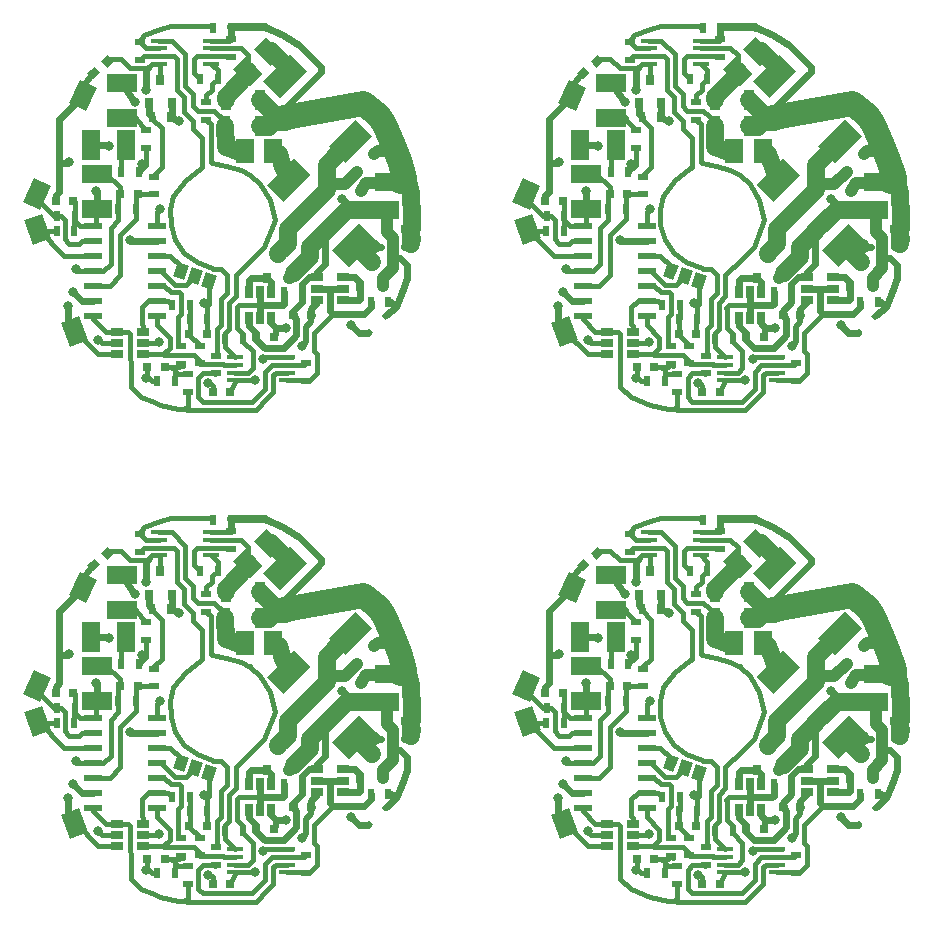
<source format=gtl>
G04 #@! TF.FileFunction,Copper,L1,Top,Signal*
%FSLAX46Y46*%
G04 Gerber Fmt 4.6, Leading zero omitted, Abs format (unit mm)*
G04 Created by KiCad (PCBNEW 4.0.5) date Thu Dec 29 13:42:12 2016*
%MOMM*%
%LPD*%
G01*
G04 APERTURE LIST*
%ADD10C,0.100000*%
%ADD11R,0.800000X0.750000*%
%ADD12R,2.000000X1.500000*%
%ADD13R,1.500000X2.000000*%
%ADD14R,0.500000X0.900000*%
%ADD15R,0.900000X0.500000*%
%ADD16R,2.600000X1.500000*%
%ADD17R,1.060000X0.650000*%
%ADD18R,1.500000X2.600000*%
%ADD19R,1.450000X0.450000*%
%ADD20R,0.650000X1.060000*%
%ADD21R,0.900000X1.700000*%
%ADD22R,0.800000X0.900000*%
%ADD23R,1.500000X0.600000*%
%ADD24R,0.590000X0.450000*%
%ADD25C,0.800000*%
%ADD26C,1.500000*%
%ADD27C,1.000000*%
%ADD28C,0.600000*%
%ADD29C,0.700000*%
%ADD30C,0.400000*%
%ADD31C,2.100000*%
%ADD32C,0.500000*%
G04 APERTURE END LIST*
D10*
G36*
X181387097Y-114152602D02*
X182294088Y-114482720D01*
X181859723Y-115676130D01*
X180952732Y-115346012D01*
X181387097Y-114152602D01*
X181387097Y-114152602D01*
G37*
G36*
X180193687Y-113718236D02*
X181100678Y-114048354D01*
X180666313Y-115241764D01*
X179759322Y-114911646D01*
X180193687Y-113718236D01*
X180193687Y-113718236D01*
G37*
G36*
X179000277Y-113283870D02*
X179907268Y-113613988D01*
X179472903Y-114807398D01*
X178565912Y-114477280D01*
X179000277Y-113283870D01*
X179000277Y-113283870D01*
G37*
D11*
X183420000Y-124280000D03*
X181920000Y-124280000D03*
D12*
X196654000Y-106496000D03*
X196654000Y-108896000D03*
D10*
G36*
X185098249Y-98405965D02*
X183684035Y-96991751D01*
X184744695Y-95931091D01*
X186158909Y-97345305D01*
X185098249Y-98405965D01*
X185098249Y-98405965D01*
G37*
G36*
X186795305Y-96708909D02*
X185381091Y-95294695D01*
X186441751Y-94234035D01*
X187855965Y-95648249D01*
X186795305Y-96708909D01*
X186795305Y-96708909D01*
G37*
D13*
X184630000Y-103910000D03*
X187030000Y-103910000D03*
D14*
X189450000Y-115880000D03*
X187950000Y-115880000D03*
X196800000Y-116690000D03*
X195300000Y-116690000D03*
X184490000Y-119850000D03*
X182990000Y-119850000D03*
D15*
X181400000Y-101250000D03*
X181400000Y-99750000D03*
X182190000Y-122720000D03*
X182190000Y-121220000D03*
D14*
X182350000Y-97780000D03*
X180850000Y-97780000D03*
D15*
X175760000Y-96160000D03*
X175760000Y-94660000D03*
X183450000Y-95920000D03*
X183450000Y-94420000D03*
D14*
X181950000Y-93450000D03*
X183450000Y-93450000D03*
X170230000Y-109400000D03*
X168730000Y-109400000D03*
X170210000Y-110640000D03*
X168710000Y-110640000D03*
X175670000Y-105720000D03*
X174170000Y-105720000D03*
D15*
X176300000Y-103640000D03*
X176300000Y-102140000D03*
X180830000Y-121880000D03*
X180830000Y-120380000D03*
D14*
X179980000Y-118120000D03*
X181480000Y-118120000D03*
X178510000Y-116940000D03*
X180010000Y-116940000D03*
X178320000Y-101010000D03*
X176820000Y-101010000D03*
X173930000Y-108830000D03*
X175430000Y-108830000D03*
D15*
X176930000Y-106080000D03*
X176930000Y-107580000D03*
X179800000Y-124300000D03*
X179800000Y-122800000D03*
D14*
X178720000Y-123400000D03*
X177220000Y-123400000D03*
D15*
X179270000Y-120440000D03*
X179270000Y-121940000D03*
D10*
G36*
X173069905Y-95793527D02*
X173551996Y-96368061D01*
X172939161Y-96882291D01*
X172457070Y-96307757D01*
X173069905Y-95793527D01*
X173069905Y-95793527D01*
G37*
G36*
X171920839Y-96757709D02*
X172402930Y-97332243D01*
X171790095Y-97846473D01*
X171308004Y-97271939D01*
X171920839Y-96757709D01*
X171920839Y-96757709D01*
G37*
D11*
X190220000Y-117800000D03*
X188720000Y-117800000D03*
X179920000Y-119360000D03*
X181420000Y-119360000D03*
X174070000Y-107550000D03*
X175570000Y-107550000D03*
X170120000Y-108110000D03*
X168620000Y-108110000D03*
X177850000Y-122160000D03*
X176350000Y-122160000D03*
X196666000Y-110490000D03*
X198166000Y-110490000D03*
D16*
X172100000Y-108820000D03*
X172100000Y-105820000D03*
D17*
X176060000Y-121090000D03*
X176060000Y-120140000D03*
X176060000Y-119190000D03*
X173860000Y-119190000D03*
X173860000Y-121090000D03*
X173860000Y-120140000D03*
D10*
G36*
X195408194Y-102663452D02*
X193145452Y-104926194D01*
X191731238Y-103511980D01*
X193993980Y-101249238D01*
X195408194Y-102663452D01*
X195408194Y-102663452D01*
G37*
G36*
X189892762Y-97148020D02*
X187630020Y-99410762D01*
X186215806Y-97996548D01*
X188478548Y-95733806D01*
X189892762Y-97148020D01*
X189892762Y-97148020D01*
G37*
G36*
X195716194Y-111453452D02*
X193453452Y-113716194D01*
X192039238Y-112301980D01*
X194301980Y-110039238D01*
X195716194Y-111453452D01*
X195716194Y-111453452D01*
G37*
G36*
X190200762Y-105938020D02*
X187938020Y-108200762D01*
X186523806Y-106786548D01*
X188786548Y-104523806D01*
X190200762Y-105938020D01*
X190200762Y-105938020D01*
G37*
D18*
X171590000Y-103420000D03*
X174590000Y-103420000D03*
D16*
X174220000Y-98110000D03*
X174220000Y-101110000D03*
D19*
X181780000Y-96495000D03*
X181780000Y-95845000D03*
X181780000Y-95195000D03*
X181780000Y-94545000D03*
X177380000Y-94545000D03*
X177380000Y-95195000D03*
X177380000Y-95845000D03*
X177380000Y-96495000D03*
D20*
X184990000Y-118060000D03*
X185940000Y-118060000D03*
X186890000Y-118060000D03*
X186890000Y-115860000D03*
X184990000Y-115860000D03*
X185940000Y-115860000D03*
D17*
X190770000Y-114610000D03*
X190770000Y-115560000D03*
X190770000Y-116510000D03*
X192970000Y-116510000D03*
X192970000Y-114610000D03*
X192970000Y-115560000D03*
D10*
G36*
X167297218Y-108876208D02*
X165847126Y-108200019D01*
X166768434Y-106224268D01*
X168218526Y-106900457D01*
X167297218Y-108876208D01*
X167297218Y-108876208D01*
G37*
G36*
X171191566Y-100535732D02*
X169741474Y-99859543D01*
X170662782Y-97883792D01*
X172112874Y-98559981D01*
X171191566Y-100535732D01*
X171191566Y-100535732D01*
G37*
D21*
X183012000Y-99568000D03*
X185912000Y-99568000D03*
X182990000Y-101770000D03*
X185890000Y-101770000D03*
D22*
X186520000Y-114630000D03*
X188420000Y-114630000D03*
X187470000Y-112630000D03*
X194434000Y-115300000D03*
X196334000Y-115300000D03*
X195384000Y-113300000D03*
D23*
X171800000Y-110230000D03*
X171800000Y-111500000D03*
X171800000Y-112770000D03*
X171800000Y-114040000D03*
X171800000Y-115310000D03*
X171800000Y-116580000D03*
X171800000Y-117850000D03*
X177200000Y-117850000D03*
X177200000Y-116580000D03*
X177200000Y-115310000D03*
X177200000Y-114040000D03*
X177200000Y-112770000D03*
X177200000Y-111500000D03*
X177200000Y-110230000D03*
D10*
G36*
X194080505Y-106015694D02*
X193762306Y-105697495D01*
X194179499Y-105280302D01*
X194497698Y-105598501D01*
X194080505Y-106015694D01*
X194080505Y-106015694D01*
G37*
G36*
X195572501Y-104523698D02*
X195254302Y-104205499D01*
X195671495Y-103788306D01*
X195989694Y-104106505D01*
X195572501Y-104523698D01*
X195572501Y-104523698D01*
G37*
D24*
X196107000Y-112014000D03*
X198217000Y-112014000D03*
D10*
G36*
X195044505Y-119663694D02*
X194726306Y-119345495D01*
X195143499Y-118928302D01*
X195461698Y-119246501D01*
X195044505Y-119663694D01*
X195044505Y-119663694D01*
G37*
G36*
X196536501Y-118171698D02*
X196218302Y-117853499D01*
X196635495Y-117436306D01*
X196953694Y-117754505D01*
X196536501Y-118171698D01*
X196536501Y-118171698D01*
G37*
D15*
X189810000Y-123370000D03*
X189810000Y-121870000D03*
D11*
X187110000Y-119620000D03*
X185610000Y-119620000D03*
D22*
X176540000Y-99850000D03*
X178440000Y-99850000D03*
X177490000Y-97850000D03*
D10*
G36*
X165973500Y-109783688D02*
X167477008Y-109236456D01*
X168222612Y-111284986D01*
X166719104Y-111832218D01*
X165973500Y-109783688D01*
X165973500Y-109783688D01*
G37*
G36*
X169117388Y-118435014D02*
X170620896Y-117887782D01*
X171366500Y-119936312D01*
X169862992Y-120483544D01*
X169117388Y-118435014D01*
X169117388Y-118435014D01*
G37*
D19*
X188250000Y-123315000D03*
X188250000Y-122665000D03*
X188250000Y-122015000D03*
X188250000Y-121365000D03*
X183850000Y-121365000D03*
X183850000Y-122015000D03*
X183850000Y-122665000D03*
X183850000Y-123315000D03*
X188250000Y-81665000D03*
X188250000Y-81015000D03*
X188250000Y-80365000D03*
X188250000Y-79715000D03*
X183850000Y-79715000D03*
X183850000Y-80365000D03*
X183850000Y-81015000D03*
X183850000Y-81665000D03*
D10*
G36*
X165973500Y-68133688D02*
X167477008Y-67586456D01*
X168222612Y-69634986D01*
X166719104Y-70182218D01*
X165973500Y-68133688D01*
X165973500Y-68133688D01*
G37*
G36*
X169117388Y-76785014D02*
X170620896Y-76237782D01*
X171366500Y-78286312D01*
X169862992Y-78833544D01*
X169117388Y-76785014D01*
X169117388Y-76785014D01*
G37*
D22*
X176540000Y-58200000D03*
X178440000Y-58200000D03*
X177490000Y-56200000D03*
D11*
X187110000Y-77970000D03*
X185610000Y-77970000D03*
D15*
X189810000Y-81720000D03*
X189810000Y-80220000D03*
D10*
G36*
X195044505Y-78013694D02*
X194726306Y-77695495D01*
X195143499Y-77278302D01*
X195461698Y-77596501D01*
X195044505Y-78013694D01*
X195044505Y-78013694D01*
G37*
G36*
X196536501Y-76521698D02*
X196218302Y-76203499D01*
X196635495Y-75786306D01*
X196953694Y-76104505D01*
X196536501Y-76521698D01*
X196536501Y-76521698D01*
G37*
D24*
X196107000Y-70364000D03*
X198217000Y-70364000D03*
D10*
G36*
X194080505Y-64365694D02*
X193762306Y-64047495D01*
X194179499Y-63630302D01*
X194497698Y-63948501D01*
X194080505Y-64365694D01*
X194080505Y-64365694D01*
G37*
G36*
X195572501Y-62873698D02*
X195254302Y-62555499D01*
X195671495Y-62138306D01*
X195989694Y-62456505D01*
X195572501Y-62873698D01*
X195572501Y-62873698D01*
G37*
D23*
X171800000Y-68580000D03*
X171800000Y-69850000D03*
X171800000Y-71120000D03*
X171800000Y-72390000D03*
X171800000Y-73660000D03*
X171800000Y-74930000D03*
X171800000Y-76200000D03*
X177200000Y-76200000D03*
X177200000Y-74930000D03*
X177200000Y-73660000D03*
X177200000Y-72390000D03*
X177200000Y-71120000D03*
X177200000Y-69850000D03*
X177200000Y-68580000D03*
D22*
X194434000Y-73650000D03*
X196334000Y-73650000D03*
X195384000Y-71650000D03*
X186520000Y-72980000D03*
X188420000Y-72980000D03*
X187470000Y-70980000D03*
D21*
X182990000Y-60120000D03*
X185890000Y-60120000D03*
X183012000Y-57918000D03*
X185912000Y-57918000D03*
D10*
G36*
X167297218Y-67226208D02*
X165847126Y-66550019D01*
X166768434Y-64574268D01*
X168218526Y-65250457D01*
X167297218Y-67226208D01*
X167297218Y-67226208D01*
G37*
G36*
X171191566Y-58885732D02*
X169741474Y-58209543D01*
X170662782Y-56233792D01*
X172112874Y-56909981D01*
X171191566Y-58885732D01*
X171191566Y-58885732D01*
G37*
D17*
X190770000Y-72960000D03*
X190770000Y-73910000D03*
X190770000Y-74860000D03*
X192970000Y-74860000D03*
X192970000Y-72960000D03*
X192970000Y-73910000D03*
D20*
X184990000Y-76410000D03*
X185940000Y-76410000D03*
X186890000Y-76410000D03*
X186890000Y-74210000D03*
X184990000Y-74210000D03*
X185940000Y-74210000D03*
D19*
X181780000Y-54845000D03*
X181780000Y-54195000D03*
X181780000Y-53545000D03*
X181780000Y-52895000D03*
X177380000Y-52895000D03*
X177380000Y-53545000D03*
X177380000Y-54195000D03*
X177380000Y-54845000D03*
D16*
X174220000Y-56460000D03*
X174220000Y-59460000D03*
D18*
X171590000Y-61770000D03*
X174590000Y-61770000D03*
D10*
G36*
X195716194Y-69803452D02*
X193453452Y-72066194D01*
X192039238Y-70651980D01*
X194301980Y-68389238D01*
X195716194Y-69803452D01*
X195716194Y-69803452D01*
G37*
G36*
X190200762Y-64288020D02*
X187938020Y-66550762D01*
X186523806Y-65136548D01*
X188786548Y-62873806D01*
X190200762Y-64288020D01*
X190200762Y-64288020D01*
G37*
G36*
X195408194Y-61013452D02*
X193145452Y-63276194D01*
X191731238Y-61861980D01*
X193993980Y-59599238D01*
X195408194Y-61013452D01*
X195408194Y-61013452D01*
G37*
G36*
X189892762Y-55498020D02*
X187630020Y-57760762D01*
X186215806Y-56346548D01*
X188478548Y-54083806D01*
X189892762Y-55498020D01*
X189892762Y-55498020D01*
G37*
D17*
X176060000Y-79440000D03*
X176060000Y-78490000D03*
X176060000Y-77540000D03*
X173860000Y-77540000D03*
X173860000Y-79440000D03*
X173860000Y-78490000D03*
D16*
X172100000Y-67170000D03*
X172100000Y-64170000D03*
D11*
X196666000Y-68840000D03*
X198166000Y-68840000D03*
X177850000Y-80510000D03*
X176350000Y-80510000D03*
X170120000Y-66460000D03*
X168620000Y-66460000D03*
X174070000Y-65900000D03*
X175570000Y-65900000D03*
X179920000Y-77710000D03*
X181420000Y-77710000D03*
X190220000Y-76150000D03*
X188720000Y-76150000D03*
D10*
G36*
X173069905Y-54143527D02*
X173551996Y-54718061D01*
X172939161Y-55232291D01*
X172457070Y-54657757D01*
X173069905Y-54143527D01*
X173069905Y-54143527D01*
G37*
G36*
X171920839Y-55107709D02*
X172402930Y-55682243D01*
X171790095Y-56196473D01*
X171308004Y-55621939D01*
X171920839Y-55107709D01*
X171920839Y-55107709D01*
G37*
D15*
X179270000Y-78790000D03*
X179270000Y-80290000D03*
D14*
X178720000Y-81750000D03*
X177220000Y-81750000D03*
D15*
X179800000Y-82650000D03*
X179800000Y-81150000D03*
X176930000Y-64430000D03*
X176930000Y-65930000D03*
D14*
X173930000Y-67180000D03*
X175430000Y-67180000D03*
X178320000Y-59360000D03*
X176820000Y-59360000D03*
X178510000Y-75290000D03*
X180010000Y-75290000D03*
X179980000Y-76470000D03*
X181480000Y-76470000D03*
D15*
X180830000Y-80230000D03*
X180830000Y-78730000D03*
X176300000Y-61990000D03*
X176300000Y-60490000D03*
D14*
X175670000Y-64070000D03*
X174170000Y-64070000D03*
X170210000Y-68990000D03*
X168710000Y-68990000D03*
X170230000Y-67750000D03*
X168730000Y-67750000D03*
X181950000Y-51800000D03*
X183450000Y-51800000D03*
D15*
X183450000Y-54270000D03*
X183450000Y-52770000D03*
X175760000Y-54510000D03*
X175760000Y-53010000D03*
D14*
X182350000Y-56130000D03*
X180850000Y-56130000D03*
D15*
X182190000Y-81070000D03*
X182190000Y-79570000D03*
X181400000Y-59600000D03*
X181400000Y-58100000D03*
D14*
X184490000Y-78200000D03*
X182990000Y-78200000D03*
X196800000Y-75040000D03*
X195300000Y-75040000D03*
X189450000Y-74230000D03*
X187950000Y-74230000D03*
D13*
X184630000Y-62260000D03*
X187030000Y-62260000D03*
D10*
G36*
X185098249Y-56755965D02*
X183684035Y-55341751D01*
X184744695Y-54281091D01*
X186158909Y-55695305D01*
X185098249Y-56755965D01*
X185098249Y-56755965D01*
G37*
G36*
X186795305Y-55058909D02*
X185381091Y-53644695D01*
X186441751Y-52584035D01*
X187855965Y-53998249D01*
X186795305Y-55058909D01*
X186795305Y-55058909D01*
G37*
D12*
X196654000Y-64846000D03*
X196654000Y-67246000D03*
D11*
X183420000Y-82630000D03*
X181920000Y-82630000D03*
D10*
G36*
X181387097Y-72502602D02*
X182294088Y-72832720D01*
X181859723Y-74026130D01*
X180952732Y-73696012D01*
X181387097Y-72502602D01*
X181387097Y-72502602D01*
G37*
G36*
X180193687Y-72068236D02*
X181100678Y-72398354D01*
X180666313Y-73591764D01*
X179759322Y-73261646D01*
X180193687Y-72068236D01*
X180193687Y-72068236D01*
G37*
G36*
X179000277Y-71633870D02*
X179907268Y-71963988D01*
X179472903Y-73157398D01*
X178565912Y-72827280D01*
X179000277Y-71633870D01*
X179000277Y-71633870D01*
G37*
G36*
X139927097Y-72502602D02*
X140834088Y-72832720D01*
X140399723Y-74026130D01*
X139492732Y-73696012D01*
X139927097Y-72502602D01*
X139927097Y-72502602D01*
G37*
G36*
X138733687Y-72068236D02*
X139640678Y-72398354D01*
X139206313Y-73591764D01*
X138299322Y-73261646D01*
X138733687Y-72068236D01*
X138733687Y-72068236D01*
G37*
G36*
X137540277Y-71633870D02*
X138447268Y-71963988D01*
X138012903Y-73157398D01*
X137105912Y-72827280D01*
X137540277Y-71633870D01*
X137540277Y-71633870D01*
G37*
D11*
X141960000Y-82630000D03*
X140460000Y-82630000D03*
D12*
X155194000Y-64846000D03*
X155194000Y-67246000D03*
D10*
G36*
X143638249Y-56755965D02*
X142224035Y-55341751D01*
X143284695Y-54281091D01*
X144698909Y-55695305D01*
X143638249Y-56755965D01*
X143638249Y-56755965D01*
G37*
G36*
X145335305Y-55058909D02*
X143921091Y-53644695D01*
X144981751Y-52584035D01*
X146395965Y-53998249D01*
X145335305Y-55058909D01*
X145335305Y-55058909D01*
G37*
D13*
X143170000Y-62260000D03*
X145570000Y-62260000D03*
D14*
X147990000Y-74230000D03*
X146490000Y-74230000D03*
X155340000Y-75040000D03*
X153840000Y-75040000D03*
X143030000Y-78200000D03*
X141530000Y-78200000D03*
D15*
X139940000Y-59600000D03*
X139940000Y-58100000D03*
X140730000Y-81070000D03*
X140730000Y-79570000D03*
D14*
X140890000Y-56130000D03*
X139390000Y-56130000D03*
D15*
X134300000Y-54510000D03*
X134300000Y-53010000D03*
X141990000Y-54270000D03*
X141990000Y-52770000D03*
D14*
X140490000Y-51800000D03*
X141990000Y-51800000D03*
X128770000Y-67750000D03*
X127270000Y-67750000D03*
X128750000Y-68990000D03*
X127250000Y-68990000D03*
X134210000Y-64070000D03*
X132710000Y-64070000D03*
D15*
X134840000Y-61990000D03*
X134840000Y-60490000D03*
X139370000Y-80230000D03*
X139370000Y-78730000D03*
D14*
X138520000Y-76470000D03*
X140020000Y-76470000D03*
X137050000Y-75290000D03*
X138550000Y-75290000D03*
X136860000Y-59360000D03*
X135360000Y-59360000D03*
X132470000Y-67180000D03*
X133970000Y-67180000D03*
D15*
X135470000Y-64430000D03*
X135470000Y-65930000D03*
X138340000Y-82650000D03*
X138340000Y-81150000D03*
D14*
X137260000Y-81750000D03*
X135760000Y-81750000D03*
D15*
X137810000Y-78790000D03*
X137810000Y-80290000D03*
D10*
G36*
X131609905Y-54143527D02*
X132091996Y-54718061D01*
X131479161Y-55232291D01*
X130997070Y-54657757D01*
X131609905Y-54143527D01*
X131609905Y-54143527D01*
G37*
G36*
X130460839Y-55107709D02*
X130942930Y-55682243D01*
X130330095Y-56196473D01*
X129848004Y-55621939D01*
X130460839Y-55107709D01*
X130460839Y-55107709D01*
G37*
D11*
X148760000Y-76150000D03*
X147260000Y-76150000D03*
X138460000Y-77710000D03*
X139960000Y-77710000D03*
X132610000Y-65900000D03*
X134110000Y-65900000D03*
X128660000Y-66460000D03*
X127160000Y-66460000D03*
X136390000Y-80510000D03*
X134890000Y-80510000D03*
X155206000Y-68840000D03*
X156706000Y-68840000D03*
D16*
X130640000Y-67170000D03*
X130640000Y-64170000D03*
D17*
X134600000Y-79440000D03*
X134600000Y-78490000D03*
X134600000Y-77540000D03*
X132400000Y-77540000D03*
X132400000Y-79440000D03*
X132400000Y-78490000D03*
D10*
G36*
X153948194Y-61013452D02*
X151685452Y-63276194D01*
X150271238Y-61861980D01*
X152533980Y-59599238D01*
X153948194Y-61013452D01*
X153948194Y-61013452D01*
G37*
G36*
X148432762Y-55498020D02*
X146170020Y-57760762D01*
X144755806Y-56346548D01*
X147018548Y-54083806D01*
X148432762Y-55498020D01*
X148432762Y-55498020D01*
G37*
G36*
X154256194Y-69803452D02*
X151993452Y-72066194D01*
X150579238Y-70651980D01*
X152841980Y-68389238D01*
X154256194Y-69803452D01*
X154256194Y-69803452D01*
G37*
G36*
X148740762Y-64288020D02*
X146478020Y-66550762D01*
X145063806Y-65136548D01*
X147326548Y-62873806D01*
X148740762Y-64288020D01*
X148740762Y-64288020D01*
G37*
D18*
X130130000Y-61770000D03*
X133130000Y-61770000D03*
D16*
X132760000Y-56460000D03*
X132760000Y-59460000D03*
D19*
X140320000Y-54845000D03*
X140320000Y-54195000D03*
X140320000Y-53545000D03*
X140320000Y-52895000D03*
X135920000Y-52895000D03*
X135920000Y-53545000D03*
X135920000Y-54195000D03*
X135920000Y-54845000D03*
D20*
X143530000Y-76410000D03*
X144480000Y-76410000D03*
X145430000Y-76410000D03*
X145430000Y-74210000D03*
X143530000Y-74210000D03*
X144480000Y-74210000D03*
D17*
X149310000Y-72960000D03*
X149310000Y-73910000D03*
X149310000Y-74860000D03*
X151510000Y-74860000D03*
X151510000Y-72960000D03*
X151510000Y-73910000D03*
D10*
G36*
X125837218Y-67226208D02*
X124387126Y-66550019D01*
X125308434Y-64574268D01*
X126758526Y-65250457D01*
X125837218Y-67226208D01*
X125837218Y-67226208D01*
G37*
G36*
X129731566Y-58885732D02*
X128281474Y-58209543D01*
X129202782Y-56233792D01*
X130652874Y-56909981D01*
X129731566Y-58885732D01*
X129731566Y-58885732D01*
G37*
D21*
X141552000Y-57918000D03*
X144452000Y-57918000D03*
X141530000Y-60120000D03*
X144430000Y-60120000D03*
D22*
X145060000Y-72980000D03*
X146960000Y-72980000D03*
X146010000Y-70980000D03*
X152974000Y-73650000D03*
X154874000Y-73650000D03*
X153924000Y-71650000D03*
D23*
X130340000Y-68580000D03*
X130340000Y-69850000D03*
X130340000Y-71120000D03*
X130340000Y-72390000D03*
X130340000Y-73660000D03*
X130340000Y-74930000D03*
X130340000Y-76200000D03*
X135740000Y-76200000D03*
X135740000Y-74930000D03*
X135740000Y-73660000D03*
X135740000Y-72390000D03*
X135740000Y-71120000D03*
X135740000Y-69850000D03*
X135740000Y-68580000D03*
D10*
G36*
X152620505Y-64365694D02*
X152302306Y-64047495D01*
X152719499Y-63630302D01*
X153037698Y-63948501D01*
X152620505Y-64365694D01*
X152620505Y-64365694D01*
G37*
G36*
X154112501Y-62873698D02*
X153794302Y-62555499D01*
X154211495Y-62138306D01*
X154529694Y-62456505D01*
X154112501Y-62873698D01*
X154112501Y-62873698D01*
G37*
D24*
X154647000Y-70364000D03*
X156757000Y-70364000D03*
D10*
G36*
X153584505Y-78013694D02*
X153266306Y-77695495D01*
X153683499Y-77278302D01*
X154001698Y-77596501D01*
X153584505Y-78013694D01*
X153584505Y-78013694D01*
G37*
G36*
X155076501Y-76521698D02*
X154758302Y-76203499D01*
X155175495Y-75786306D01*
X155493694Y-76104505D01*
X155076501Y-76521698D01*
X155076501Y-76521698D01*
G37*
D15*
X148350000Y-81720000D03*
X148350000Y-80220000D03*
D11*
X145650000Y-77970000D03*
X144150000Y-77970000D03*
D22*
X135080000Y-58200000D03*
X136980000Y-58200000D03*
X136030000Y-56200000D03*
D10*
G36*
X124513500Y-68133688D02*
X126017008Y-67586456D01*
X126762612Y-69634986D01*
X125259104Y-70182218D01*
X124513500Y-68133688D01*
X124513500Y-68133688D01*
G37*
G36*
X127657388Y-76785014D02*
X129160896Y-76237782D01*
X129906500Y-78286312D01*
X128402992Y-78833544D01*
X127657388Y-76785014D01*
X127657388Y-76785014D01*
G37*
D19*
X146790000Y-81665000D03*
X146790000Y-81015000D03*
X146790000Y-80365000D03*
X146790000Y-79715000D03*
X142390000Y-79715000D03*
X142390000Y-80365000D03*
X142390000Y-81015000D03*
X142390000Y-81665000D03*
X146790000Y-123315000D03*
X146790000Y-122665000D03*
X146790000Y-122015000D03*
X146790000Y-121365000D03*
X142390000Y-121365000D03*
X142390000Y-122015000D03*
X142390000Y-122665000D03*
X142390000Y-123315000D03*
D10*
G36*
X124513500Y-109783688D02*
X126017008Y-109236456D01*
X126762612Y-111284986D01*
X125259104Y-111832218D01*
X124513500Y-109783688D01*
X124513500Y-109783688D01*
G37*
G36*
X127657388Y-118435014D02*
X129160896Y-117887782D01*
X129906500Y-119936312D01*
X128402992Y-120483544D01*
X127657388Y-118435014D01*
X127657388Y-118435014D01*
G37*
D22*
X135080000Y-99850000D03*
X136980000Y-99850000D03*
X136030000Y-97850000D03*
D11*
X145650000Y-119620000D03*
X144150000Y-119620000D03*
D15*
X148350000Y-123370000D03*
X148350000Y-121870000D03*
D10*
G36*
X153584505Y-119663694D02*
X153266306Y-119345495D01*
X153683499Y-118928302D01*
X154001698Y-119246501D01*
X153584505Y-119663694D01*
X153584505Y-119663694D01*
G37*
G36*
X155076501Y-118171698D02*
X154758302Y-117853499D01*
X155175495Y-117436306D01*
X155493694Y-117754505D01*
X155076501Y-118171698D01*
X155076501Y-118171698D01*
G37*
D24*
X154647000Y-112014000D03*
X156757000Y-112014000D03*
D10*
G36*
X152620505Y-106015694D02*
X152302306Y-105697495D01*
X152719499Y-105280302D01*
X153037698Y-105598501D01*
X152620505Y-106015694D01*
X152620505Y-106015694D01*
G37*
G36*
X154112501Y-104523698D02*
X153794302Y-104205499D01*
X154211495Y-103788306D01*
X154529694Y-104106505D01*
X154112501Y-104523698D01*
X154112501Y-104523698D01*
G37*
D23*
X130340000Y-110230000D03*
X130340000Y-111500000D03*
X130340000Y-112770000D03*
X130340000Y-114040000D03*
X130340000Y-115310000D03*
X130340000Y-116580000D03*
X130340000Y-117850000D03*
X135740000Y-117850000D03*
X135740000Y-116580000D03*
X135740000Y-115310000D03*
X135740000Y-114040000D03*
X135740000Y-112770000D03*
X135740000Y-111500000D03*
X135740000Y-110230000D03*
D22*
X152974000Y-115300000D03*
X154874000Y-115300000D03*
X153924000Y-113300000D03*
X145060000Y-114630000D03*
X146960000Y-114630000D03*
X146010000Y-112630000D03*
D21*
X141530000Y-101770000D03*
X144430000Y-101770000D03*
X141552000Y-99568000D03*
X144452000Y-99568000D03*
D10*
G36*
X125837218Y-108876208D02*
X124387126Y-108200019D01*
X125308434Y-106224268D01*
X126758526Y-106900457D01*
X125837218Y-108876208D01*
X125837218Y-108876208D01*
G37*
G36*
X129731566Y-100535732D02*
X128281474Y-99859543D01*
X129202782Y-97883792D01*
X130652874Y-98559981D01*
X129731566Y-100535732D01*
X129731566Y-100535732D01*
G37*
D17*
X149310000Y-114610000D03*
X149310000Y-115560000D03*
X149310000Y-116510000D03*
X151510000Y-116510000D03*
X151510000Y-114610000D03*
X151510000Y-115560000D03*
D20*
X143530000Y-118060000D03*
X144480000Y-118060000D03*
X145430000Y-118060000D03*
X145430000Y-115860000D03*
X143530000Y-115860000D03*
X144480000Y-115860000D03*
D19*
X140320000Y-96495000D03*
X140320000Y-95845000D03*
X140320000Y-95195000D03*
X140320000Y-94545000D03*
X135920000Y-94545000D03*
X135920000Y-95195000D03*
X135920000Y-95845000D03*
X135920000Y-96495000D03*
D16*
X132760000Y-98110000D03*
X132760000Y-101110000D03*
D18*
X130130000Y-103420000D03*
X133130000Y-103420000D03*
D10*
G36*
X154256194Y-111453452D02*
X151993452Y-113716194D01*
X150579238Y-112301980D01*
X152841980Y-110039238D01*
X154256194Y-111453452D01*
X154256194Y-111453452D01*
G37*
G36*
X148740762Y-105938020D02*
X146478020Y-108200762D01*
X145063806Y-106786548D01*
X147326548Y-104523806D01*
X148740762Y-105938020D01*
X148740762Y-105938020D01*
G37*
G36*
X153948194Y-102663452D02*
X151685452Y-104926194D01*
X150271238Y-103511980D01*
X152533980Y-101249238D01*
X153948194Y-102663452D01*
X153948194Y-102663452D01*
G37*
G36*
X148432762Y-97148020D02*
X146170020Y-99410762D01*
X144755806Y-97996548D01*
X147018548Y-95733806D01*
X148432762Y-97148020D01*
X148432762Y-97148020D01*
G37*
D17*
X134600000Y-121090000D03*
X134600000Y-120140000D03*
X134600000Y-119190000D03*
X132400000Y-119190000D03*
X132400000Y-121090000D03*
X132400000Y-120140000D03*
D16*
X130640000Y-108820000D03*
X130640000Y-105820000D03*
D11*
X155206000Y-110490000D03*
X156706000Y-110490000D03*
X136390000Y-122160000D03*
X134890000Y-122160000D03*
X128660000Y-108110000D03*
X127160000Y-108110000D03*
X132610000Y-107550000D03*
X134110000Y-107550000D03*
X138460000Y-119360000D03*
X139960000Y-119360000D03*
X148760000Y-117800000D03*
X147260000Y-117800000D03*
D10*
G36*
X131609905Y-95793527D02*
X132091996Y-96368061D01*
X131479161Y-96882291D01*
X130997070Y-96307757D01*
X131609905Y-95793527D01*
X131609905Y-95793527D01*
G37*
G36*
X130460839Y-96757709D02*
X130942930Y-97332243D01*
X130330095Y-97846473D01*
X129848004Y-97271939D01*
X130460839Y-96757709D01*
X130460839Y-96757709D01*
G37*
D15*
X137810000Y-120440000D03*
X137810000Y-121940000D03*
D14*
X137260000Y-123400000D03*
X135760000Y-123400000D03*
D15*
X138340000Y-124300000D03*
X138340000Y-122800000D03*
X135470000Y-106080000D03*
X135470000Y-107580000D03*
D14*
X132470000Y-108830000D03*
X133970000Y-108830000D03*
X136860000Y-101010000D03*
X135360000Y-101010000D03*
X137050000Y-116940000D03*
X138550000Y-116940000D03*
X138520000Y-118120000D03*
X140020000Y-118120000D03*
D15*
X139370000Y-121880000D03*
X139370000Y-120380000D03*
X134840000Y-103640000D03*
X134840000Y-102140000D03*
D14*
X134210000Y-105720000D03*
X132710000Y-105720000D03*
X128750000Y-110640000D03*
X127250000Y-110640000D03*
X128770000Y-109400000D03*
X127270000Y-109400000D03*
X140490000Y-93450000D03*
X141990000Y-93450000D03*
D15*
X141990000Y-95920000D03*
X141990000Y-94420000D03*
X134300000Y-96160000D03*
X134300000Y-94660000D03*
D14*
X140890000Y-97780000D03*
X139390000Y-97780000D03*
D15*
X140730000Y-122720000D03*
X140730000Y-121220000D03*
X139940000Y-101250000D03*
X139940000Y-99750000D03*
D14*
X143030000Y-119850000D03*
X141530000Y-119850000D03*
X155340000Y-116690000D03*
X153840000Y-116690000D03*
X147990000Y-115880000D03*
X146490000Y-115880000D03*
D13*
X143170000Y-103910000D03*
X145570000Y-103910000D03*
D10*
G36*
X143638249Y-98405965D02*
X142224035Y-96991751D01*
X143284695Y-95931091D01*
X144698909Y-97345305D01*
X143638249Y-98405965D01*
X143638249Y-98405965D01*
G37*
G36*
X145335305Y-96708909D02*
X143921091Y-95294695D01*
X144981751Y-94234035D01*
X146395965Y-95648249D01*
X145335305Y-96708909D01*
X145335305Y-96708909D01*
G37*
D12*
X155194000Y-106496000D03*
X155194000Y-108896000D03*
D11*
X141960000Y-124280000D03*
X140460000Y-124280000D03*
D10*
G36*
X139927097Y-114152602D02*
X140834088Y-114482720D01*
X140399723Y-115676130D01*
X139492732Y-115346012D01*
X139927097Y-114152602D01*
X139927097Y-114152602D01*
G37*
G36*
X138733687Y-113718236D02*
X139640678Y-114048354D01*
X139206313Y-115241764D01*
X138299322Y-114911646D01*
X138733687Y-113718236D01*
X138733687Y-113718236D01*
G37*
G36*
X137540277Y-113283870D02*
X138447268Y-113613988D01*
X138012903Y-114807398D01*
X137105912Y-114477280D01*
X137540277Y-113283870D01*
X137540277Y-113283870D01*
G37*
D25*
X192844000Y-107950000D03*
X175900000Y-104960000D03*
X175900000Y-63310000D03*
X192844000Y-66300000D03*
X151384000Y-66300000D03*
X134440000Y-63310000D03*
X134440000Y-104960000D03*
X151384000Y-107950000D03*
X169760000Y-104830000D03*
X181210000Y-116750000D03*
X195140000Y-106650000D03*
X177460000Y-108830000D03*
X176280000Y-123120000D03*
X188110000Y-118890000D03*
X189480000Y-120420000D03*
X169700000Y-117040000D03*
X186190000Y-121510000D03*
X181520000Y-123560000D03*
X194480000Y-107300000D03*
X194480000Y-65650000D03*
X181520000Y-81910000D03*
X186190000Y-79860000D03*
X169700000Y-75390000D03*
X189480000Y-78770000D03*
X188110000Y-77240000D03*
X176280000Y-81470000D03*
X177460000Y-67180000D03*
X195140000Y-65000000D03*
X181210000Y-75100000D03*
X169760000Y-63180000D03*
X128300000Y-63180000D03*
X139750000Y-75100000D03*
X153680000Y-65000000D03*
X136000000Y-67180000D03*
X134820000Y-81470000D03*
X146650000Y-77240000D03*
X148020000Y-78770000D03*
X128240000Y-75390000D03*
X144730000Y-79860000D03*
X140060000Y-81910000D03*
X153020000Y-65650000D03*
X153020000Y-107300000D03*
X140060000Y-123560000D03*
X144730000Y-121510000D03*
X128240000Y-117040000D03*
X148020000Y-120420000D03*
X146650000Y-118890000D03*
X134820000Y-123120000D03*
X136000000Y-108830000D03*
X153680000Y-106650000D03*
X139750000Y-116750000D03*
X128300000Y-104830000D03*
X179080000Y-101400000D03*
X177400000Y-120090000D03*
X172080000Y-107320000D03*
X193660000Y-118660000D03*
X193660000Y-77010000D03*
X172080000Y-65670000D03*
X177400000Y-78440000D03*
X179080000Y-59750000D03*
X137620000Y-59750000D03*
X135940000Y-78440000D03*
X130620000Y-65670000D03*
X152200000Y-77010000D03*
X152200000Y-118660000D03*
X130620000Y-107320000D03*
X135940000Y-120090000D03*
X137620000Y-101400000D03*
X172250000Y-119860000D03*
X170390000Y-113930000D03*
X170390000Y-72280000D03*
X172250000Y-78210000D03*
X130790000Y-78210000D03*
X128930000Y-72280000D03*
X128930000Y-113930000D03*
X130790000Y-119860000D03*
X176290000Y-98760000D03*
X185510000Y-123280000D03*
X185510000Y-81630000D03*
X176290000Y-57110000D03*
X134830000Y-57110000D03*
X144050000Y-81630000D03*
X144050000Y-123280000D03*
X134830000Y-98760000D03*
X175350000Y-99740000D03*
X174940000Y-111460000D03*
X174940000Y-69810000D03*
X175350000Y-58090000D03*
X133890000Y-58090000D03*
X133480000Y-69810000D03*
X133480000Y-111460000D03*
X133890000Y-99740000D03*
X173130000Y-103480000D03*
X170130000Y-115860000D03*
X170130000Y-74210000D03*
X173130000Y-61830000D03*
X131670000Y-61830000D03*
X128670000Y-74210000D03*
X128670000Y-115860000D03*
X131670000Y-103480000D03*
D26*
X190170000Y-112890000D02*
X188850000Y-114210000D01*
D27*
X188430000Y-114630000D02*
X188850000Y-114210000D01*
X188420000Y-114630000D02*
X188430000Y-114630000D01*
D26*
X191420000Y-110780000D02*
X190170000Y-112030000D01*
X190170000Y-112030000D02*
X190170000Y-112890000D01*
X196654000Y-108896000D02*
X193554000Y-108896000D01*
X193352000Y-108896000D02*
X193554000Y-108896000D01*
X191480000Y-110710000D02*
X193294000Y-108896000D01*
X193294000Y-108896000D02*
X193352000Y-108896000D01*
D28*
X191420000Y-110770000D02*
X191480000Y-110830000D01*
X191480000Y-110830000D02*
X191480000Y-111270000D01*
X191480000Y-111270000D02*
X191480000Y-110710000D01*
D26*
X191420000Y-110770000D02*
X191420000Y-110780000D01*
D29*
X193352000Y-108458000D02*
X193352000Y-108896000D01*
X192844000Y-107950000D02*
X193352000Y-108458000D01*
D27*
X196666000Y-108908000D02*
X196654000Y-108896000D01*
X196666000Y-110490000D02*
X196666000Y-110756000D01*
X196666000Y-110490000D02*
X196666000Y-108908000D01*
X197162000Y-112930000D02*
X197162000Y-113792000D01*
X197162000Y-111252000D02*
X197162000Y-112930000D01*
X197162000Y-113792000D02*
X196334000Y-114620000D01*
X196334000Y-114620000D02*
X196334000Y-115300000D01*
X196666000Y-110756000D02*
X197162000Y-111252000D01*
D29*
X188774000Y-117746000D02*
X188720000Y-117800000D01*
D28*
X190770000Y-114610000D02*
X190040000Y-114610000D01*
X188810000Y-117710000D02*
X188720000Y-117800000D01*
X189450000Y-115200000D02*
X190040000Y-114610000D01*
X189450000Y-115880000D02*
X189450000Y-115200000D01*
X185610000Y-119310000D02*
X185610000Y-119620000D01*
X184990000Y-118690000D02*
X185610000Y-119310000D01*
X184990000Y-118060000D02*
X184990000Y-118690000D01*
X185610000Y-119880000D02*
X185610000Y-119620000D01*
X189020000Y-118100000D02*
X188720000Y-117800000D01*
X187950000Y-120590000D02*
X189020000Y-119520000D01*
X189020000Y-119520000D02*
X189020000Y-118100000D01*
X185610000Y-119880000D02*
X186330000Y-120600000D01*
X187950000Y-120600000D02*
X186330000Y-120600000D01*
X187950000Y-120600000D02*
X187950000Y-120590000D01*
X189450000Y-116720000D02*
X189450000Y-115880000D01*
X188720000Y-117450000D02*
X189450000Y-116720000D01*
X188720000Y-117800000D02*
X188720000Y-117450000D01*
X190775000Y-114155000D02*
X191425000Y-113505000D01*
X191425000Y-113505000D02*
X191420000Y-110770000D01*
X190770000Y-114610000D02*
X190775000Y-114155000D01*
X197770000Y-112930000D02*
X198370000Y-113530000D01*
X198370000Y-113530000D02*
X198370000Y-114690000D01*
X198370000Y-114690000D02*
X197977521Y-115868135D01*
X197977521Y-115868135D02*
X197434701Y-117067228D01*
X197434701Y-117067228D02*
X196585998Y-117804002D01*
X197162000Y-112930000D02*
X197770000Y-112930000D01*
X197057473Y-116690000D02*
X197434701Y-117067228D01*
X196800000Y-116690000D02*
X197057473Y-116690000D01*
D30*
X175670000Y-105720000D02*
X175750000Y-105720000D01*
X176300000Y-105090000D02*
X175670000Y-105720000D01*
X176300000Y-103640000D02*
X176300000Y-105090000D01*
X176030000Y-105090000D02*
X175900000Y-104960000D01*
X176300000Y-105090000D02*
X176030000Y-105090000D01*
X176300000Y-63440000D02*
X176030000Y-63440000D01*
X176030000Y-63440000D02*
X175900000Y-63310000D01*
X176300000Y-61990000D02*
X176300000Y-63440000D01*
X176300000Y-63440000D02*
X175670000Y-64070000D01*
X175670000Y-64070000D02*
X175750000Y-64070000D01*
D28*
X196800000Y-75040000D02*
X197057473Y-75040000D01*
X197057473Y-75040000D02*
X197434701Y-75417228D01*
X197162000Y-71280000D02*
X197770000Y-71280000D01*
X197434701Y-75417228D02*
X196585998Y-76154002D01*
X197977521Y-74218135D02*
X197434701Y-75417228D01*
X198370000Y-73040000D02*
X197977521Y-74218135D01*
X198370000Y-71880000D02*
X198370000Y-73040000D01*
X197770000Y-71280000D02*
X198370000Y-71880000D01*
X190770000Y-72960000D02*
X190775000Y-72505000D01*
X191425000Y-71855000D02*
X191420000Y-69120000D01*
X190775000Y-72505000D02*
X191425000Y-71855000D01*
X188720000Y-76150000D02*
X188720000Y-75800000D01*
X188720000Y-75800000D02*
X189450000Y-75070000D01*
X189450000Y-75070000D02*
X189450000Y-74230000D01*
X187950000Y-78950000D02*
X187950000Y-78940000D01*
X187950000Y-78950000D02*
X186330000Y-78950000D01*
X185610000Y-78230000D02*
X186330000Y-78950000D01*
X189020000Y-77870000D02*
X189020000Y-76450000D01*
X187950000Y-78940000D02*
X189020000Y-77870000D01*
X189020000Y-76450000D02*
X188720000Y-76150000D01*
X185610000Y-78230000D02*
X185610000Y-77970000D01*
X184990000Y-76410000D02*
X184990000Y-77040000D01*
X184990000Y-77040000D02*
X185610000Y-77660000D01*
X185610000Y-77660000D02*
X185610000Y-77970000D01*
X189450000Y-74230000D02*
X189450000Y-73550000D01*
X189450000Y-73550000D02*
X190040000Y-72960000D01*
X188810000Y-76060000D02*
X188720000Y-76150000D01*
X190770000Y-72960000D02*
X190040000Y-72960000D01*
D29*
X188774000Y-76096000D02*
X188720000Y-76150000D01*
D27*
X196666000Y-69106000D02*
X197162000Y-69602000D01*
X196334000Y-72970000D02*
X196334000Y-73650000D01*
X197162000Y-72142000D02*
X196334000Y-72970000D01*
X197162000Y-69602000D02*
X197162000Y-71280000D01*
X197162000Y-71280000D02*
X197162000Y-72142000D01*
X196666000Y-68840000D02*
X196666000Y-67258000D01*
X196666000Y-68840000D02*
X196666000Y-69106000D01*
X196666000Y-67258000D02*
X196654000Y-67246000D01*
D29*
X192844000Y-66300000D02*
X193352000Y-66808000D01*
X193352000Y-66808000D02*
X193352000Y-67246000D01*
D26*
X191420000Y-69120000D02*
X191420000Y-69130000D01*
D28*
X191480000Y-69620000D02*
X191480000Y-69060000D01*
X191480000Y-69180000D02*
X191480000Y-69620000D01*
X191420000Y-69120000D02*
X191480000Y-69180000D01*
D26*
X193294000Y-67246000D02*
X193352000Y-67246000D01*
X191480000Y-69060000D02*
X193294000Y-67246000D01*
X193352000Y-67246000D02*
X193554000Y-67246000D01*
X196654000Y-67246000D02*
X193554000Y-67246000D01*
X190170000Y-70380000D02*
X190170000Y-71240000D01*
X191420000Y-69130000D02*
X190170000Y-70380000D01*
D27*
X188420000Y-72980000D02*
X188430000Y-72980000D01*
X188430000Y-72980000D02*
X188850000Y-72560000D01*
D26*
X190170000Y-71240000D02*
X188850000Y-72560000D01*
X148710000Y-71240000D02*
X147390000Y-72560000D01*
D27*
X146970000Y-72980000D02*
X147390000Y-72560000D01*
X146960000Y-72980000D02*
X146970000Y-72980000D01*
D26*
X149960000Y-69130000D02*
X148710000Y-70380000D01*
X148710000Y-70380000D02*
X148710000Y-71240000D01*
X155194000Y-67246000D02*
X152094000Y-67246000D01*
X151892000Y-67246000D02*
X152094000Y-67246000D01*
X150020000Y-69060000D02*
X151834000Y-67246000D01*
X151834000Y-67246000D02*
X151892000Y-67246000D01*
D28*
X149960000Y-69120000D02*
X150020000Y-69180000D01*
X150020000Y-69180000D02*
X150020000Y-69620000D01*
X150020000Y-69620000D02*
X150020000Y-69060000D01*
D26*
X149960000Y-69120000D02*
X149960000Y-69130000D01*
D29*
X151892000Y-66808000D02*
X151892000Y-67246000D01*
X151384000Y-66300000D02*
X151892000Y-66808000D01*
D27*
X155206000Y-67258000D02*
X155194000Y-67246000D01*
X155206000Y-68840000D02*
X155206000Y-69106000D01*
X155206000Y-68840000D02*
X155206000Y-67258000D01*
X155702000Y-71280000D02*
X155702000Y-72142000D01*
X155702000Y-69602000D02*
X155702000Y-71280000D01*
X155702000Y-72142000D02*
X154874000Y-72970000D01*
X154874000Y-72970000D02*
X154874000Y-73650000D01*
X155206000Y-69106000D02*
X155702000Y-69602000D01*
D29*
X147314000Y-76096000D02*
X147260000Y-76150000D01*
D28*
X149310000Y-72960000D02*
X148580000Y-72960000D01*
X147350000Y-76060000D02*
X147260000Y-76150000D01*
X147990000Y-73550000D02*
X148580000Y-72960000D01*
X147990000Y-74230000D02*
X147990000Y-73550000D01*
X144150000Y-77660000D02*
X144150000Y-77970000D01*
X143530000Y-77040000D02*
X144150000Y-77660000D01*
X143530000Y-76410000D02*
X143530000Y-77040000D01*
X144150000Y-78230000D02*
X144150000Y-77970000D01*
X147560000Y-76450000D02*
X147260000Y-76150000D01*
X146490000Y-78940000D02*
X147560000Y-77870000D01*
X147560000Y-77870000D02*
X147560000Y-76450000D01*
X144150000Y-78230000D02*
X144870000Y-78950000D01*
X146490000Y-78950000D02*
X144870000Y-78950000D01*
X146490000Y-78950000D02*
X146490000Y-78940000D01*
X147990000Y-75070000D02*
X147990000Y-74230000D01*
X147260000Y-75800000D02*
X147990000Y-75070000D01*
X147260000Y-76150000D02*
X147260000Y-75800000D01*
X149315000Y-72505000D02*
X149965000Y-71855000D01*
X149965000Y-71855000D02*
X149960000Y-69120000D01*
X149310000Y-72960000D02*
X149315000Y-72505000D01*
X156310000Y-71280000D02*
X156910000Y-71880000D01*
X156910000Y-71880000D02*
X156910000Y-73040000D01*
X156910000Y-73040000D02*
X156517521Y-74218135D01*
X156517521Y-74218135D02*
X155974701Y-75417228D01*
X155974701Y-75417228D02*
X155125998Y-76154002D01*
X155702000Y-71280000D02*
X156310000Y-71280000D01*
X155597473Y-75040000D02*
X155974701Y-75417228D01*
X155340000Y-75040000D02*
X155597473Y-75040000D01*
D30*
X134210000Y-64070000D02*
X134290000Y-64070000D01*
X134840000Y-63440000D02*
X134210000Y-64070000D01*
X134840000Y-61990000D02*
X134840000Y-63440000D01*
X134570000Y-63440000D02*
X134440000Y-63310000D01*
X134840000Y-63440000D02*
X134570000Y-63440000D01*
X134840000Y-105090000D02*
X134570000Y-105090000D01*
X134570000Y-105090000D02*
X134440000Y-104960000D01*
X134840000Y-103640000D02*
X134840000Y-105090000D01*
X134840000Y-105090000D02*
X134210000Y-105720000D01*
X134210000Y-105720000D02*
X134290000Y-105720000D01*
D28*
X155340000Y-116690000D02*
X155597473Y-116690000D01*
X155597473Y-116690000D02*
X155974701Y-117067228D01*
X155702000Y-112930000D02*
X156310000Y-112930000D01*
X155974701Y-117067228D02*
X155125998Y-117804002D01*
X156517521Y-115868135D02*
X155974701Y-117067228D01*
X156910000Y-114690000D02*
X156517521Y-115868135D01*
X156910000Y-113530000D02*
X156910000Y-114690000D01*
X156310000Y-112930000D02*
X156910000Y-113530000D01*
X149310000Y-114610000D02*
X149315000Y-114155000D01*
X149965000Y-113505000D02*
X149960000Y-110770000D01*
X149315000Y-114155000D02*
X149965000Y-113505000D01*
X147260000Y-117800000D02*
X147260000Y-117450000D01*
X147260000Y-117450000D02*
X147990000Y-116720000D01*
X147990000Y-116720000D02*
X147990000Y-115880000D01*
X146490000Y-120600000D02*
X146490000Y-120590000D01*
X146490000Y-120600000D02*
X144870000Y-120600000D01*
X144150000Y-119880000D02*
X144870000Y-120600000D01*
X147560000Y-119520000D02*
X147560000Y-118100000D01*
X146490000Y-120590000D02*
X147560000Y-119520000D01*
X147560000Y-118100000D02*
X147260000Y-117800000D01*
X144150000Y-119880000D02*
X144150000Y-119620000D01*
X143530000Y-118060000D02*
X143530000Y-118690000D01*
X143530000Y-118690000D02*
X144150000Y-119310000D01*
X144150000Y-119310000D02*
X144150000Y-119620000D01*
X147990000Y-115880000D02*
X147990000Y-115200000D01*
X147990000Y-115200000D02*
X148580000Y-114610000D01*
X147350000Y-117710000D02*
X147260000Y-117800000D01*
X149310000Y-114610000D02*
X148580000Y-114610000D01*
D29*
X147314000Y-117746000D02*
X147260000Y-117800000D01*
D27*
X155206000Y-110756000D02*
X155702000Y-111252000D01*
X154874000Y-114620000D02*
X154874000Y-115300000D01*
X155702000Y-113792000D02*
X154874000Y-114620000D01*
X155702000Y-111252000D02*
X155702000Y-112930000D01*
X155702000Y-112930000D02*
X155702000Y-113792000D01*
X155206000Y-110490000D02*
X155206000Y-108908000D01*
X155206000Y-110490000D02*
X155206000Y-110756000D01*
X155206000Y-108908000D02*
X155194000Y-108896000D01*
D29*
X151384000Y-107950000D02*
X151892000Y-108458000D01*
X151892000Y-108458000D02*
X151892000Y-108896000D01*
D26*
X149960000Y-110770000D02*
X149960000Y-110780000D01*
D28*
X150020000Y-111270000D02*
X150020000Y-110710000D01*
X150020000Y-110830000D02*
X150020000Y-111270000D01*
X149960000Y-110770000D02*
X150020000Y-110830000D01*
D26*
X151834000Y-108896000D02*
X151892000Y-108896000D01*
X150020000Y-110710000D02*
X151834000Y-108896000D01*
X151892000Y-108896000D02*
X152094000Y-108896000D01*
X155194000Y-108896000D02*
X152094000Y-108896000D01*
X148710000Y-112030000D02*
X148710000Y-112890000D01*
X149960000Y-110780000D02*
X148710000Y-112030000D01*
D27*
X146960000Y-114630000D02*
X146970000Y-114630000D01*
X146970000Y-114630000D02*
X147390000Y-114210000D01*
D26*
X148710000Y-112890000D02*
X147390000Y-114210000D01*
D30*
X183325000Y-94545000D02*
X183450000Y-94420000D01*
D28*
X183450000Y-94420000D02*
X183450000Y-93450000D01*
D30*
X181480000Y-117020000D02*
X181210000Y-116750000D01*
D27*
X195892000Y-103886000D02*
X197352500Y-103886000D01*
X197162000Y-103378000D02*
X197162000Y-103428800D01*
X197162000Y-103695500D02*
X197162000Y-103378000D01*
X197352500Y-103886000D02*
X197162000Y-103695500D01*
D31*
X197670000Y-104648000D02*
X197162000Y-103428800D01*
X187764000Y-101092000D02*
X188018000Y-101092000D01*
D26*
X187764000Y-101092000D02*
X187436000Y-101092000D01*
X186674000Y-101854000D02*
X187436000Y-101092000D01*
D31*
X187510000Y-101092000D02*
X187764000Y-101092000D01*
X195892000Y-100838000D02*
X194622000Y-99822000D01*
X196400000Y-101600000D02*
X195892000Y-100838000D01*
X197162000Y-103428800D02*
X196400000Y-101600000D01*
X194622000Y-99822000D02*
X187510000Y-101092000D01*
D28*
X187510000Y-100770000D02*
X191110000Y-97170000D01*
X187510000Y-101092000D02*
X187510000Y-100770000D01*
X168620000Y-107620000D02*
X168910000Y-107330000D01*
X168910000Y-104930000D02*
X168910000Y-101226936D01*
X168910000Y-107330000D02*
X168910000Y-104930000D01*
X169660000Y-104930000D02*
X169760000Y-104830000D01*
X168910000Y-104930000D02*
X169660000Y-104930000D01*
D27*
X195621998Y-104156002D02*
X195892000Y-103886000D01*
D29*
X198217000Y-112014000D02*
X198508200Y-111480600D01*
X198510387Y-110099086D02*
X198686000Y-111760000D01*
X198691816Y-110099086D02*
X198510387Y-110099086D01*
X198166000Y-110490000D02*
X198691816Y-110099086D01*
D26*
X198762200Y-111226600D02*
X198686000Y-111760000D01*
D31*
X198108000Y-106102000D02*
X197670000Y-104648000D01*
X197784000Y-106426000D02*
X198108000Y-106102000D01*
D26*
X187436000Y-101092000D02*
X185912000Y-99568000D01*
X185890000Y-101770000D02*
X186674000Y-101854000D01*
D28*
X191110000Y-97170000D02*
X191110000Y-96780000D01*
X191110000Y-96780000D02*
X189235947Y-94936435D01*
X189235947Y-94936435D02*
X187870000Y-94080000D01*
X186380000Y-93432621D02*
X186420000Y-93450000D01*
X187870000Y-94080000D02*
X186380000Y-93432621D01*
X190220000Y-117800000D02*
X190310000Y-117800000D01*
X190130000Y-117710000D02*
X190220000Y-117800000D01*
X186890000Y-118060000D02*
X186890000Y-118200000D01*
D30*
X181780000Y-94545000D02*
X183325000Y-94545000D01*
D28*
X183467379Y-93432621D02*
X183450000Y-93450000D01*
D29*
X186380000Y-93432621D02*
X183467379Y-93432621D01*
D30*
X188250000Y-121365000D02*
X188385000Y-121365000D01*
D28*
X190770000Y-116710000D02*
X190770000Y-116510000D01*
X190220000Y-117260000D02*
X190770000Y-116710000D01*
X190220000Y-117800000D02*
X190220000Y-117260000D01*
D30*
X188625000Y-121365000D02*
X188250000Y-121365000D01*
D32*
X187243814Y-119486186D02*
X187110000Y-119620000D01*
X187243814Y-118856082D02*
X187243814Y-119486186D01*
D28*
X186890000Y-118502268D02*
X187243814Y-118856082D01*
X186890000Y-118060000D02*
X186890000Y-118502268D01*
D32*
X170927174Y-99207174D02*
X170927174Y-99209762D01*
X170927174Y-98420384D02*
X171855467Y-97302091D01*
X170927174Y-99209762D02*
X170927174Y-98420384D01*
D30*
X170241944Y-119185663D02*
X170241944Y-118851944D01*
X177200000Y-109090000D02*
X177460000Y-108830000D01*
X177200000Y-110230000D02*
X177200000Y-109090000D01*
X170335663Y-119185663D02*
X170241944Y-119185663D01*
X172240000Y-121090000D02*
X170335663Y-119185663D01*
X173860000Y-121090000D02*
X172240000Y-121090000D01*
X181920000Y-124190000D02*
X181920000Y-124280000D01*
X176350000Y-122160000D02*
X176350000Y-122310000D01*
X181920000Y-124280000D02*
X181920000Y-123760000D01*
X176515000Y-123155000D02*
X176350000Y-122990000D01*
X176760000Y-123400000D02*
X176515000Y-123155000D01*
X176350000Y-122990000D02*
X176350000Y-122160000D01*
X177220000Y-123400000D02*
X176760000Y-123400000D01*
X176125000Y-123155000D02*
X176280000Y-123120000D01*
X176515000Y-123155000D02*
X176125000Y-123155000D01*
X181420000Y-118180000D02*
X181480000Y-118120000D01*
X181420000Y-119360000D02*
X181420000Y-118180000D01*
X181480000Y-118120000D02*
X181480000Y-117020000D01*
X181623410Y-116876590D02*
X181480000Y-117020000D01*
X181623410Y-114914366D02*
X181623410Y-116876590D01*
D27*
X194914000Y-106650000D02*
X194480000Y-107300000D01*
X195140000Y-106650000D02*
X194914000Y-106650000D01*
D28*
X187243814Y-118856082D02*
X187250000Y-118870000D01*
X187250000Y-118870000D02*
X188110000Y-118890000D01*
D32*
X190220000Y-118420000D02*
X189820000Y-118820000D01*
X189820000Y-118820000D02*
X189820000Y-120080000D01*
X189820000Y-120080000D02*
X189480000Y-120420000D01*
X190220000Y-117800000D02*
X190220000Y-118420000D01*
D28*
X170241944Y-119185663D02*
X170241944Y-118751944D01*
X168620000Y-107820000D02*
X168620000Y-108110000D01*
X170241944Y-118751944D02*
X169700000Y-118210000D01*
X169700000Y-118210000D02*
X169700000Y-117040000D01*
X168910000Y-101226936D02*
X170927174Y-99209762D01*
X168620000Y-108110000D02*
X168620000Y-107620000D01*
D30*
X188250000Y-121365000D02*
X186335000Y-121365000D01*
X186335000Y-121365000D02*
X186190000Y-121510000D01*
X181920000Y-123760000D02*
X181920000Y-123820000D01*
X181520000Y-123560000D02*
X181720000Y-123560000D01*
X181720000Y-123560000D02*
X181920000Y-123760000D01*
D26*
X198764387Y-109591086D02*
X198686000Y-107442000D01*
X198686000Y-111760000D02*
X198764387Y-109591086D01*
X198449500Y-106496000D02*
X198432000Y-106478500D01*
X198432000Y-106478500D02*
X198432000Y-106426000D01*
X196320000Y-106510000D02*
X198449500Y-106496000D01*
X198432000Y-106426000D02*
X198686000Y-107442000D01*
D27*
X196500000Y-106650000D02*
X196654000Y-106496000D01*
X195140000Y-106650000D02*
X196500000Y-106650000D01*
X195140000Y-65000000D02*
X196500000Y-65000000D01*
X196500000Y-65000000D02*
X196654000Y-64846000D01*
D26*
X198432000Y-64776000D02*
X198686000Y-65792000D01*
X196320000Y-64860000D02*
X198449500Y-64846000D01*
X198432000Y-64828500D02*
X198432000Y-64776000D01*
X198449500Y-64846000D02*
X198432000Y-64828500D01*
X198686000Y-70110000D02*
X198764387Y-67941086D01*
X198764387Y-67941086D02*
X198686000Y-65792000D01*
D30*
X181720000Y-81910000D02*
X181920000Y-82110000D01*
X181520000Y-81910000D02*
X181720000Y-81910000D01*
X181920000Y-82110000D02*
X181920000Y-82170000D01*
X186335000Y-79715000D02*
X186190000Y-79860000D01*
X188250000Y-79715000D02*
X186335000Y-79715000D01*
D28*
X168620000Y-66460000D02*
X168620000Y-65970000D01*
X168910000Y-59576936D02*
X170927174Y-57559762D01*
X169700000Y-76560000D02*
X169700000Y-75390000D01*
X170241944Y-77101944D02*
X169700000Y-76560000D01*
X168620000Y-66170000D02*
X168620000Y-66460000D01*
X170241944Y-77535663D02*
X170241944Y-77101944D01*
D32*
X190220000Y-76150000D02*
X190220000Y-76770000D01*
X189820000Y-78430000D02*
X189480000Y-78770000D01*
X189820000Y-77170000D02*
X189820000Y-78430000D01*
X190220000Y-76770000D02*
X189820000Y-77170000D01*
D28*
X187250000Y-77220000D02*
X188110000Y-77240000D01*
X187243814Y-77206082D02*
X187250000Y-77220000D01*
D27*
X195140000Y-65000000D02*
X194914000Y-65000000D01*
X194914000Y-65000000D02*
X194480000Y-65650000D01*
D30*
X181623410Y-73264366D02*
X181623410Y-75226590D01*
X181623410Y-75226590D02*
X181480000Y-75370000D01*
X181480000Y-76470000D02*
X181480000Y-75370000D01*
X181420000Y-77710000D02*
X181420000Y-76530000D01*
X181420000Y-76530000D02*
X181480000Y-76470000D01*
X176515000Y-81505000D02*
X176125000Y-81505000D01*
X176125000Y-81505000D02*
X176280000Y-81470000D01*
X177220000Y-81750000D02*
X176760000Y-81750000D01*
X176350000Y-81340000D02*
X176350000Y-80510000D01*
X176760000Y-81750000D02*
X176515000Y-81505000D01*
X176515000Y-81505000D02*
X176350000Y-81340000D01*
X181920000Y-82630000D02*
X181920000Y-82110000D01*
X176350000Y-80510000D02*
X176350000Y-80660000D01*
X181920000Y-82540000D02*
X181920000Y-82630000D01*
X173860000Y-79440000D02*
X172240000Y-79440000D01*
X172240000Y-79440000D02*
X170335663Y-77535663D01*
X170335663Y-77535663D02*
X170241944Y-77535663D01*
X177200000Y-68580000D02*
X177200000Y-67440000D01*
X177200000Y-67440000D02*
X177460000Y-67180000D01*
X170241944Y-77535663D02*
X170241944Y-77201944D01*
D32*
X170927174Y-57559762D02*
X170927174Y-56770384D01*
X170927174Y-56770384D02*
X171855467Y-55652091D01*
X170927174Y-57557174D02*
X170927174Y-57559762D01*
D28*
X186890000Y-76410000D02*
X186890000Y-76852268D01*
X186890000Y-76852268D02*
X187243814Y-77206082D01*
D32*
X187243814Y-77206082D02*
X187243814Y-77836186D01*
X187243814Y-77836186D02*
X187110000Y-77970000D01*
D30*
X188625000Y-79715000D02*
X188250000Y-79715000D01*
D28*
X190220000Y-76150000D02*
X190220000Y-75610000D01*
X190220000Y-75610000D02*
X190770000Y-75060000D01*
X190770000Y-75060000D02*
X190770000Y-74860000D01*
D30*
X188250000Y-79715000D02*
X188385000Y-79715000D01*
D29*
X186380000Y-51782621D02*
X183467379Y-51782621D01*
D28*
X183467379Y-51782621D02*
X183450000Y-51800000D01*
D30*
X181780000Y-52895000D02*
X183325000Y-52895000D01*
D28*
X186890000Y-76410000D02*
X186890000Y-76550000D01*
X190130000Y-76060000D02*
X190220000Y-76150000D01*
X190220000Y-76150000D02*
X190310000Y-76150000D01*
X187870000Y-52430000D02*
X186380000Y-51782621D01*
X186380000Y-51782621D02*
X186420000Y-51800000D01*
X189235947Y-53286435D02*
X187870000Y-52430000D01*
X191110000Y-55130000D02*
X189235947Y-53286435D01*
X191110000Y-55520000D02*
X191110000Y-55130000D01*
D26*
X185890000Y-60120000D02*
X186674000Y-60204000D01*
X187436000Y-59442000D02*
X185912000Y-57918000D01*
D31*
X197784000Y-64776000D02*
X198108000Y-64452000D01*
X198108000Y-64452000D02*
X197670000Y-62998000D01*
D26*
X198762200Y-69576600D02*
X198686000Y-70110000D01*
D29*
X198166000Y-68840000D02*
X198691816Y-68449086D01*
X198691816Y-68449086D02*
X198510387Y-68449086D01*
X198510387Y-68449086D02*
X198686000Y-70110000D01*
X198217000Y-70364000D02*
X198508200Y-69830600D01*
D27*
X195621998Y-62506002D02*
X195892000Y-62236000D01*
D28*
X168910000Y-63280000D02*
X169660000Y-63280000D01*
X169660000Y-63280000D02*
X169760000Y-63180000D01*
X168910000Y-65680000D02*
X168910000Y-63280000D01*
X168910000Y-63280000D02*
X168910000Y-59576936D01*
X168620000Y-65970000D02*
X168910000Y-65680000D01*
X187510000Y-59442000D02*
X187510000Y-59120000D01*
X187510000Y-59120000D02*
X191110000Y-55520000D01*
D31*
X194622000Y-58172000D02*
X187510000Y-59442000D01*
X197162000Y-61778800D02*
X196400000Y-59950000D01*
X196400000Y-59950000D02*
X195892000Y-59188000D01*
X195892000Y-59188000D02*
X194622000Y-58172000D01*
X187510000Y-59442000D02*
X187764000Y-59442000D01*
D26*
X186674000Y-60204000D02*
X187436000Y-59442000D01*
X187764000Y-59442000D02*
X187436000Y-59442000D01*
D31*
X187764000Y-59442000D02*
X188018000Y-59442000D01*
X197670000Y-62998000D02*
X197162000Y-61778800D01*
D27*
X197352500Y-62236000D02*
X197162000Y-62045500D01*
X197162000Y-62045500D02*
X197162000Y-61728000D01*
X197162000Y-61728000D02*
X197162000Y-61778800D01*
X195892000Y-62236000D02*
X197352500Y-62236000D01*
D30*
X181480000Y-75370000D02*
X181210000Y-75100000D01*
D28*
X183450000Y-52770000D02*
X183450000Y-51800000D01*
D30*
X183325000Y-52895000D02*
X183450000Y-52770000D01*
X141865000Y-52895000D02*
X141990000Y-52770000D01*
D28*
X141990000Y-52770000D02*
X141990000Y-51800000D01*
D30*
X140020000Y-75370000D02*
X139750000Y-75100000D01*
D27*
X154432000Y-62236000D02*
X155892500Y-62236000D01*
X155702000Y-61728000D02*
X155702000Y-61778800D01*
X155702000Y-62045500D02*
X155702000Y-61728000D01*
X155892500Y-62236000D02*
X155702000Y-62045500D01*
D31*
X156210000Y-62998000D02*
X155702000Y-61778800D01*
X146304000Y-59442000D02*
X146558000Y-59442000D01*
D26*
X146304000Y-59442000D02*
X145976000Y-59442000D01*
X145214000Y-60204000D02*
X145976000Y-59442000D01*
D31*
X146050000Y-59442000D02*
X146304000Y-59442000D01*
X154432000Y-59188000D02*
X153162000Y-58172000D01*
X154940000Y-59950000D02*
X154432000Y-59188000D01*
X155702000Y-61778800D02*
X154940000Y-59950000D01*
X153162000Y-58172000D02*
X146050000Y-59442000D01*
D28*
X146050000Y-59120000D02*
X149650000Y-55520000D01*
X146050000Y-59442000D02*
X146050000Y-59120000D01*
X127160000Y-65970000D02*
X127450000Y-65680000D01*
X127450000Y-63280000D02*
X127450000Y-59576936D01*
X127450000Y-65680000D02*
X127450000Y-63280000D01*
X128200000Y-63280000D02*
X128300000Y-63180000D01*
X127450000Y-63280000D02*
X128200000Y-63280000D01*
D27*
X154161998Y-62506002D02*
X154432000Y-62236000D01*
D29*
X156757000Y-70364000D02*
X157048200Y-69830600D01*
X157050387Y-68449086D02*
X157226000Y-70110000D01*
X157231816Y-68449086D02*
X157050387Y-68449086D01*
X156706000Y-68840000D02*
X157231816Y-68449086D01*
D26*
X157302200Y-69576600D02*
X157226000Y-70110000D01*
D31*
X156648000Y-64452000D02*
X156210000Y-62998000D01*
X156324000Y-64776000D02*
X156648000Y-64452000D01*
D26*
X145976000Y-59442000D02*
X144452000Y-57918000D01*
X144430000Y-60120000D02*
X145214000Y-60204000D01*
D28*
X149650000Y-55520000D02*
X149650000Y-55130000D01*
X149650000Y-55130000D02*
X147775947Y-53286435D01*
X147775947Y-53286435D02*
X146410000Y-52430000D01*
X144920000Y-51782621D02*
X144960000Y-51800000D01*
X146410000Y-52430000D02*
X144920000Y-51782621D01*
X148760000Y-76150000D02*
X148850000Y-76150000D01*
X148670000Y-76060000D02*
X148760000Y-76150000D01*
X145430000Y-76410000D02*
X145430000Y-76550000D01*
D30*
X140320000Y-52895000D02*
X141865000Y-52895000D01*
D28*
X142007379Y-51782621D02*
X141990000Y-51800000D01*
D29*
X144920000Y-51782621D02*
X142007379Y-51782621D01*
D30*
X146790000Y-79715000D02*
X146925000Y-79715000D01*
D28*
X149310000Y-75060000D02*
X149310000Y-74860000D01*
X148760000Y-75610000D02*
X149310000Y-75060000D01*
X148760000Y-76150000D02*
X148760000Y-75610000D01*
D30*
X147165000Y-79715000D02*
X146790000Y-79715000D01*
D32*
X145783814Y-77836186D02*
X145650000Y-77970000D01*
X145783814Y-77206082D02*
X145783814Y-77836186D01*
D28*
X145430000Y-76852268D02*
X145783814Y-77206082D01*
X145430000Y-76410000D02*
X145430000Y-76852268D01*
D32*
X129467174Y-57557174D02*
X129467174Y-57559762D01*
X129467174Y-56770384D02*
X130395467Y-55652091D01*
X129467174Y-57559762D02*
X129467174Y-56770384D01*
D30*
X128781944Y-77535663D02*
X128781944Y-77201944D01*
X135740000Y-67440000D02*
X136000000Y-67180000D01*
X135740000Y-68580000D02*
X135740000Y-67440000D01*
X128875663Y-77535663D02*
X128781944Y-77535663D01*
X130780000Y-79440000D02*
X128875663Y-77535663D01*
X132400000Y-79440000D02*
X130780000Y-79440000D01*
X140460000Y-82540000D02*
X140460000Y-82630000D01*
X134890000Y-80510000D02*
X134890000Y-80660000D01*
X140460000Y-82630000D02*
X140460000Y-82110000D01*
X135055000Y-81505000D02*
X134890000Y-81340000D01*
X135300000Y-81750000D02*
X135055000Y-81505000D01*
X134890000Y-81340000D02*
X134890000Y-80510000D01*
X135760000Y-81750000D02*
X135300000Y-81750000D01*
X134665000Y-81505000D02*
X134820000Y-81470000D01*
X135055000Y-81505000D02*
X134665000Y-81505000D01*
X139960000Y-76530000D02*
X140020000Y-76470000D01*
X139960000Y-77710000D02*
X139960000Y-76530000D01*
X140020000Y-76470000D02*
X140020000Y-75370000D01*
X140163410Y-75226590D02*
X140020000Y-75370000D01*
X140163410Y-73264366D02*
X140163410Y-75226590D01*
D27*
X153454000Y-65000000D02*
X153020000Y-65650000D01*
X153680000Y-65000000D02*
X153454000Y-65000000D01*
D28*
X145783814Y-77206082D02*
X145790000Y-77220000D01*
X145790000Y-77220000D02*
X146650000Y-77240000D01*
D32*
X148760000Y-76770000D02*
X148360000Y-77170000D01*
X148360000Y-77170000D02*
X148360000Y-78430000D01*
X148360000Y-78430000D02*
X148020000Y-78770000D01*
X148760000Y-76150000D02*
X148760000Y-76770000D01*
D28*
X128781944Y-77535663D02*
X128781944Y-77101944D01*
X127160000Y-66170000D02*
X127160000Y-66460000D01*
X128781944Y-77101944D02*
X128240000Y-76560000D01*
X128240000Y-76560000D02*
X128240000Y-75390000D01*
X127450000Y-59576936D02*
X129467174Y-57559762D01*
X127160000Y-66460000D02*
X127160000Y-65970000D01*
D30*
X146790000Y-79715000D02*
X144875000Y-79715000D01*
X144875000Y-79715000D02*
X144730000Y-79860000D01*
X140460000Y-82110000D02*
X140460000Y-82170000D01*
X140060000Y-81910000D02*
X140260000Y-81910000D01*
X140260000Y-81910000D02*
X140460000Y-82110000D01*
D26*
X157304387Y-67941086D02*
X157226000Y-65792000D01*
X157226000Y-70110000D02*
X157304387Y-67941086D01*
X156989500Y-64846000D02*
X156972000Y-64828500D01*
X156972000Y-64828500D02*
X156972000Y-64776000D01*
X154860000Y-64860000D02*
X156989500Y-64846000D01*
X156972000Y-64776000D02*
X157226000Y-65792000D01*
D27*
X155040000Y-65000000D02*
X155194000Y-64846000D01*
X153680000Y-65000000D02*
X155040000Y-65000000D01*
X153680000Y-106650000D02*
X155040000Y-106650000D01*
X155040000Y-106650000D02*
X155194000Y-106496000D01*
D26*
X156972000Y-106426000D02*
X157226000Y-107442000D01*
X154860000Y-106510000D02*
X156989500Y-106496000D01*
X156972000Y-106478500D02*
X156972000Y-106426000D01*
X156989500Y-106496000D02*
X156972000Y-106478500D01*
X157226000Y-111760000D02*
X157304387Y-109591086D01*
X157304387Y-109591086D02*
X157226000Y-107442000D01*
D30*
X140260000Y-123560000D02*
X140460000Y-123760000D01*
X140060000Y-123560000D02*
X140260000Y-123560000D01*
X140460000Y-123760000D02*
X140460000Y-123820000D01*
X144875000Y-121365000D02*
X144730000Y-121510000D01*
X146790000Y-121365000D02*
X144875000Y-121365000D01*
D28*
X127160000Y-108110000D02*
X127160000Y-107620000D01*
X127450000Y-101226936D02*
X129467174Y-99209762D01*
X128240000Y-118210000D02*
X128240000Y-117040000D01*
X128781944Y-118751944D02*
X128240000Y-118210000D01*
X127160000Y-107820000D02*
X127160000Y-108110000D01*
X128781944Y-119185663D02*
X128781944Y-118751944D01*
D32*
X148760000Y-117800000D02*
X148760000Y-118420000D01*
X148360000Y-120080000D02*
X148020000Y-120420000D01*
X148360000Y-118820000D02*
X148360000Y-120080000D01*
X148760000Y-118420000D02*
X148360000Y-118820000D01*
D28*
X145790000Y-118870000D02*
X146650000Y-118890000D01*
X145783814Y-118856082D02*
X145790000Y-118870000D01*
D27*
X153680000Y-106650000D02*
X153454000Y-106650000D01*
X153454000Y-106650000D02*
X153020000Y-107300000D01*
D30*
X140163410Y-114914366D02*
X140163410Y-116876590D01*
X140163410Y-116876590D02*
X140020000Y-117020000D01*
X140020000Y-118120000D02*
X140020000Y-117020000D01*
X139960000Y-119360000D02*
X139960000Y-118180000D01*
X139960000Y-118180000D02*
X140020000Y-118120000D01*
X135055000Y-123155000D02*
X134665000Y-123155000D01*
X134665000Y-123155000D02*
X134820000Y-123120000D01*
X135760000Y-123400000D02*
X135300000Y-123400000D01*
X134890000Y-122990000D02*
X134890000Y-122160000D01*
X135300000Y-123400000D02*
X135055000Y-123155000D01*
X135055000Y-123155000D02*
X134890000Y-122990000D01*
X140460000Y-124280000D02*
X140460000Y-123760000D01*
X134890000Y-122160000D02*
X134890000Y-122310000D01*
X140460000Y-124190000D02*
X140460000Y-124280000D01*
X132400000Y-121090000D02*
X130780000Y-121090000D01*
X130780000Y-121090000D02*
X128875663Y-119185663D01*
X128875663Y-119185663D02*
X128781944Y-119185663D01*
X135740000Y-110230000D02*
X135740000Y-109090000D01*
X135740000Y-109090000D02*
X136000000Y-108830000D01*
X128781944Y-119185663D02*
X128781944Y-118851944D01*
D32*
X129467174Y-99209762D02*
X129467174Y-98420384D01*
X129467174Y-98420384D02*
X130395467Y-97302091D01*
X129467174Y-99207174D02*
X129467174Y-99209762D01*
D28*
X145430000Y-118060000D02*
X145430000Y-118502268D01*
X145430000Y-118502268D02*
X145783814Y-118856082D01*
D32*
X145783814Y-118856082D02*
X145783814Y-119486186D01*
X145783814Y-119486186D02*
X145650000Y-119620000D01*
D30*
X147165000Y-121365000D02*
X146790000Y-121365000D01*
D28*
X148760000Y-117800000D02*
X148760000Y-117260000D01*
X148760000Y-117260000D02*
X149310000Y-116710000D01*
X149310000Y-116710000D02*
X149310000Y-116510000D01*
D30*
X146790000Y-121365000D02*
X146925000Y-121365000D01*
D29*
X144920000Y-93432621D02*
X142007379Y-93432621D01*
D28*
X142007379Y-93432621D02*
X141990000Y-93450000D01*
D30*
X140320000Y-94545000D02*
X141865000Y-94545000D01*
D28*
X145430000Y-118060000D02*
X145430000Y-118200000D01*
X148670000Y-117710000D02*
X148760000Y-117800000D01*
X148760000Y-117800000D02*
X148850000Y-117800000D01*
X146410000Y-94080000D02*
X144920000Y-93432621D01*
X144920000Y-93432621D02*
X144960000Y-93450000D01*
X147775947Y-94936435D02*
X146410000Y-94080000D01*
X149650000Y-96780000D02*
X147775947Y-94936435D01*
X149650000Y-97170000D02*
X149650000Y-96780000D01*
D26*
X144430000Y-101770000D02*
X145214000Y-101854000D01*
X145976000Y-101092000D02*
X144452000Y-99568000D01*
D31*
X156324000Y-106426000D02*
X156648000Y-106102000D01*
X156648000Y-106102000D02*
X156210000Y-104648000D01*
D26*
X157302200Y-111226600D02*
X157226000Y-111760000D01*
D29*
X156706000Y-110490000D02*
X157231816Y-110099086D01*
X157231816Y-110099086D02*
X157050387Y-110099086D01*
X157050387Y-110099086D02*
X157226000Y-111760000D01*
X156757000Y-112014000D02*
X157048200Y-111480600D01*
D27*
X154161998Y-104156002D02*
X154432000Y-103886000D01*
D28*
X127450000Y-104930000D02*
X128200000Y-104930000D01*
X128200000Y-104930000D02*
X128300000Y-104830000D01*
X127450000Y-107330000D02*
X127450000Y-104930000D01*
X127450000Y-104930000D02*
X127450000Y-101226936D01*
X127160000Y-107620000D02*
X127450000Y-107330000D01*
X146050000Y-101092000D02*
X146050000Y-100770000D01*
X146050000Y-100770000D02*
X149650000Y-97170000D01*
D31*
X153162000Y-99822000D02*
X146050000Y-101092000D01*
X155702000Y-103428800D02*
X154940000Y-101600000D01*
X154940000Y-101600000D02*
X154432000Y-100838000D01*
X154432000Y-100838000D02*
X153162000Y-99822000D01*
X146050000Y-101092000D02*
X146304000Y-101092000D01*
D26*
X145214000Y-101854000D02*
X145976000Y-101092000D01*
X146304000Y-101092000D02*
X145976000Y-101092000D01*
D31*
X146304000Y-101092000D02*
X146558000Y-101092000D01*
X156210000Y-104648000D02*
X155702000Y-103428800D01*
D27*
X155892500Y-103886000D02*
X155702000Y-103695500D01*
X155702000Y-103695500D02*
X155702000Y-103378000D01*
X155702000Y-103378000D02*
X155702000Y-103428800D01*
X154432000Y-103886000D02*
X155892500Y-103886000D01*
D30*
X140020000Y-117020000D02*
X139750000Y-116750000D01*
D28*
X141990000Y-94420000D02*
X141990000Y-93450000D01*
D30*
X141865000Y-94545000D02*
X141990000Y-94420000D01*
X178720000Y-122450000D02*
X178430000Y-122160000D01*
X178720000Y-122570000D02*
X178720000Y-122450000D01*
X178720000Y-123400000D02*
X178720000Y-122570000D01*
X178950000Y-122800000D02*
X178720000Y-122570000D01*
X179800000Y-122800000D02*
X178950000Y-122800000D01*
X179050000Y-122160000D02*
X179270000Y-121940000D01*
X178430000Y-122160000D02*
X179050000Y-122160000D01*
X177850000Y-122160000D02*
X178430000Y-122160000D01*
X178660000Y-123460000D02*
X178720000Y-123400000D01*
X179410000Y-122080000D02*
X179270000Y-121940000D01*
X179410000Y-80430000D02*
X179270000Y-80290000D01*
X178660000Y-81810000D02*
X178720000Y-81750000D01*
X177850000Y-80510000D02*
X178430000Y-80510000D01*
X178430000Y-80510000D02*
X179050000Y-80510000D01*
X179050000Y-80510000D02*
X179270000Y-80290000D01*
X179800000Y-81150000D02*
X178950000Y-81150000D01*
X178950000Y-81150000D02*
X178720000Y-80920000D01*
X178720000Y-81750000D02*
X178720000Y-80920000D01*
X178720000Y-80920000D02*
X178720000Y-80800000D01*
X178720000Y-80800000D02*
X178430000Y-80510000D01*
X137260000Y-80800000D02*
X136970000Y-80510000D01*
X137260000Y-80920000D02*
X137260000Y-80800000D01*
X137260000Y-81750000D02*
X137260000Y-80920000D01*
X137490000Y-81150000D02*
X137260000Y-80920000D01*
X138340000Y-81150000D02*
X137490000Y-81150000D01*
X137590000Y-80510000D02*
X137810000Y-80290000D01*
X136970000Y-80510000D02*
X137590000Y-80510000D01*
X136390000Y-80510000D02*
X136970000Y-80510000D01*
X137200000Y-81810000D02*
X137260000Y-81750000D01*
X137950000Y-80430000D02*
X137810000Y-80290000D01*
X137950000Y-122080000D02*
X137810000Y-121940000D01*
X137200000Y-123460000D02*
X137260000Y-123400000D01*
X136390000Y-122160000D02*
X136970000Y-122160000D01*
X136970000Y-122160000D02*
X137590000Y-122160000D01*
X137590000Y-122160000D02*
X137810000Y-121940000D01*
X138340000Y-122800000D02*
X137490000Y-122800000D01*
X137490000Y-122800000D02*
X137260000Y-122570000D01*
X137260000Y-123400000D02*
X137260000Y-122570000D01*
X137260000Y-122570000D02*
X137260000Y-122450000D01*
X137260000Y-122450000D02*
X136970000Y-122160000D01*
D32*
X178320000Y-101010000D02*
X178320000Y-100790000D01*
D28*
X178440000Y-100890000D02*
X178320000Y-101010000D01*
X178440000Y-99850000D02*
X178440000Y-100890000D01*
X179036000Y-101318000D02*
X179080000Y-101400000D01*
D30*
X176060000Y-120140000D02*
X177350000Y-120140000D01*
X177350000Y-120140000D02*
X177400000Y-120090000D01*
D32*
X170120000Y-108060000D02*
X170120000Y-108110000D01*
X170210000Y-110640000D02*
X170210000Y-110560000D01*
X170160000Y-108150000D02*
X170120000Y-108110000D01*
X172100000Y-108820000D02*
X171630000Y-108820000D01*
D30*
X170220000Y-110630000D02*
X170210000Y-110640000D01*
X170210000Y-109420000D02*
X170230000Y-109400000D01*
X170210000Y-110640000D02*
X170210000Y-109420000D01*
X170230000Y-108220000D02*
X170120000Y-108110000D01*
X170230000Y-109400000D02*
X170230000Y-108220000D01*
X170210000Y-109740000D02*
X170230000Y-109400000D01*
X170700000Y-110230000D02*
X170210000Y-109740000D01*
X171800000Y-110230000D02*
X170700000Y-110230000D01*
X172040000Y-109990000D02*
X171800000Y-110230000D01*
X172100000Y-108820000D02*
X172040000Y-109990000D01*
D28*
X172100000Y-107340000D02*
X172080000Y-107320000D01*
X172100000Y-108820000D02*
X172100000Y-107340000D01*
X195094002Y-119335998D02*
X195094002Y-119295998D01*
X178320000Y-101010000D02*
X179036000Y-101318000D01*
X193660000Y-118660000D02*
X194295998Y-119295998D01*
X194295998Y-119295998D02*
X195094002Y-119295998D01*
X194295998Y-77645998D02*
X195094002Y-77645998D01*
X193660000Y-77010000D02*
X194295998Y-77645998D01*
X178320000Y-59360000D02*
X179036000Y-59668000D01*
X195094002Y-77685998D02*
X195094002Y-77645998D01*
X172100000Y-67170000D02*
X172100000Y-65690000D01*
X172100000Y-65690000D02*
X172080000Y-65670000D01*
D30*
X172100000Y-67170000D02*
X172040000Y-68340000D01*
X172040000Y-68340000D02*
X171800000Y-68580000D01*
X171800000Y-68580000D02*
X170700000Y-68580000D01*
X170700000Y-68580000D02*
X170210000Y-68090000D01*
X170210000Y-68090000D02*
X170230000Y-67750000D01*
X170230000Y-67750000D02*
X170230000Y-66570000D01*
X170230000Y-66570000D02*
X170120000Y-66460000D01*
X170210000Y-68990000D02*
X170210000Y-67770000D01*
X170210000Y-67770000D02*
X170230000Y-67750000D01*
X170220000Y-68980000D02*
X170210000Y-68990000D01*
D32*
X172100000Y-67170000D02*
X171630000Y-67170000D01*
X170160000Y-66500000D02*
X170120000Y-66460000D01*
X170210000Y-68990000D02*
X170210000Y-68910000D01*
X170120000Y-66410000D02*
X170120000Y-66460000D01*
D30*
X177350000Y-78490000D02*
X177400000Y-78440000D01*
X176060000Y-78490000D02*
X177350000Y-78490000D01*
D28*
X179036000Y-59668000D02*
X179080000Y-59750000D01*
X178440000Y-58200000D02*
X178440000Y-59240000D01*
X178440000Y-59240000D02*
X178320000Y-59360000D01*
D32*
X178320000Y-59360000D02*
X178320000Y-59140000D01*
X136860000Y-59360000D02*
X136860000Y-59140000D01*
D28*
X136980000Y-59240000D02*
X136860000Y-59360000D01*
X136980000Y-58200000D02*
X136980000Y-59240000D01*
X137576000Y-59668000D02*
X137620000Y-59750000D01*
D30*
X134600000Y-78490000D02*
X135890000Y-78490000D01*
X135890000Y-78490000D02*
X135940000Y-78440000D01*
D32*
X128660000Y-66410000D02*
X128660000Y-66460000D01*
X128750000Y-68990000D02*
X128750000Y-68910000D01*
X128700000Y-66500000D02*
X128660000Y-66460000D01*
X130640000Y-67170000D02*
X130170000Y-67170000D01*
D30*
X128760000Y-68980000D02*
X128750000Y-68990000D01*
X128750000Y-67770000D02*
X128770000Y-67750000D01*
X128750000Y-68990000D02*
X128750000Y-67770000D01*
X128770000Y-66570000D02*
X128660000Y-66460000D01*
X128770000Y-67750000D02*
X128770000Y-66570000D01*
X128750000Y-68090000D02*
X128770000Y-67750000D01*
X129240000Y-68580000D02*
X128750000Y-68090000D01*
X130340000Y-68580000D02*
X129240000Y-68580000D01*
X130580000Y-68340000D02*
X130340000Y-68580000D01*
X130640000Y-67170000D02*
X130580000Y-68340000D01*
D28*
X130640000Y-65690000D02*
X130620000Y-65670000D01*
X130640000Y-67170000D02*
X130640000Y-65690000D01*
X153634002Y-77685998D02*
X153634002Y-77645998D01*
X136860000Y-59360000D02*
X137576000Y-59668000D01*
X152200000Y-77010000D02*
X152835998Y-77645998D01*
X152835998Y-77645998D02*
X153634002Y-77645998D01*
X152835998Y-119295998D02*
X153634002Y-119295998D01*
X152200000Y-118660000D02*
X152835998Y-119295998D01*
X136860000Y-101010000D02*
X137576000Y-101318000D01*
X153634002Y-119335998D02*
X153634002Y-119295998D01*
X130640000Y-108820000D02*
X130640000Y-107340000D01*
X130640000Y-107340000D02*
X130620000Y-107320000D01*
D30*
X130640000Y-108820000D02*
X130580000Y-109990000D01*
X130580000Y-109990000D02*
X130340000Y-110230000D01*
X130340000Y-110230000D02*
X129240000Y-110230000D01*
X129240000Y-110230000D02*
X128750000Y-109740000D01*
X128750000Y-109740000D02*
X128770000Y-109400000D01*
X128770000Y-109400000D02*
X128770000Y-108220000D01*
X128770000Y-108220000D02*
X128660000Y-108110000D01*
X128750000Y-110640000D02*
X128750000Y-109420000D01*
X128750000Y-109420000D02*
X128770000Y-109400000D01*
X128760000Y-110630000D02*
X128750000Y-110640000D01*
D32*
X130640000Y-108820000D02*
X130170000Y-108820000D01*
X128700000Y-108150000D02*
X128660000Y-108110000D01*
X128750000Y-110640000D02*
X128750000Y-110560000D01*
X128660000Y-108060000D02*
X128660000Y-108110000D01*
D30*
X135890000Y-120140000D02*
X135940000Y-120090000D01*
X134600000Y-120140000D02*
X135890000Y-120140000D01*
D28*
X137576000Y-101318000D02*
X137620000Y-101400000D01*
X136980000Y-99850000D02*
X136980000Y-100890000D01*
X136980000Y-100890000D02*
X136860000Y-101010000D01*
D32*
X136860000Y-101010000D02*
X136860000Y-100790000D01*
X172100000Y-105820000D02*
X171240000Y-105820000D01*
D30*
X171800000Y-114040000D02*
X172480000Y-114040000D01*
X172440000Y-114040000D02*
X171800000Y-114040000D01*
X172100000Y-105820000D02*
X172820000Y-105820000D01*
X172680000Y-114040000D02*
X173280000Y-113440000D01*
X173280000Y-113440000D02*
X173280000Y-110430000D01*
X173280000Y-110430000D02*
X173940000Y-109770000D01*
X173940000Y-109770000D02*
X173930000Y-108830000D01*
X171800000Y-114040000D02*
X172680000Y-114040000D01*
X173930000Y-107690000D02*
X174070000Y-107550000D01*
X173930000Y-108830000D02*
X173930000Y-107690000D01*
X172460000Y-106180000D02*
X172100000Y-105820000D01*
X174070000Y-106960000D02*
X174070000Y-107550000D01*
X172930000Y-105820000D02*
X174070000Y-106960000D01*
X172100000Y-105820000D02*
X172930000Y-105820000D01*
X172530000Y-120140000D02*
X172250000Y-119860000D01*
X170390000Y-113930000D02*
X170490000Y-114030000D01*
X170490000Y-114030000D02*
X171800000Y-114040000D01*
X173860000Y-120140000D02*
X172530000Y-120140000D01*
X173860000Y-78490000D02*
X172530000Y-78490000D01*
X170490000Y-72380000D02*
X171800000Y-72390000D01*
X170390000Y-72280000D02*
X170490000Y-72380000D01*
X172530000Y-78490000D02*
X172250000Y-78210000D01*
X172100000Y-64170000D02*
X172930000Y-64170000D01*
X172930000Y-64170000D02*
X174070000Y-65310000D01*
X174070000Y-65310000D02*
X174070000Y-65900000D01*
X172460000Y-64530000D02*
X172100000Y-64170000D01*
X173930000Y-67180000D02*
X173930000Y-66040000D01*
X173930000Y-66040000D02*
X174070000Y-65900000D01*
X171800000Y-72390000D02*
X172680000Y-72390000D01*
X173940000Y-68120000D02*
X173930000Y-67180000D01*
X173280000Y-68780000D02*
X173940000Y-68120000D01*
X173280000Y-71790000D02*
X173280000Y-68780000D01*
X172680000Y-72390000D02*
X173280000Y-71790000D01*
X172100000Y-64170000D02*
X172820000Y-64170000D01*
X172440000Y-72390000D02*
X171800000Y-72390000D01*
X171800000Y-72390000D02*
X172480000Y-72390000D01*
D32*
X172100000Y-64170000D02*
X171240000Y-64170000D01*
X130640000Y-64170000D02*
X129780000Y-64170000D01*
D30*
X130340000Y-72390000D02*
X131020000Y-72390000D01*
X130980000Y-72390000D02*
X130340000Y-72390000D01*
X130640000Y-64170000D02*
X131360000Y-64170000D01*
X131220000Y-72390000D02*
X131820000Y-71790000D01*
X131820000Y-71790000D02*
X131820000Y-68780000D01*
X131820000Y-68780000D02*
X132480000Y-68120000D01*
X132480000Y-68120000D02*
X132470000Y-67180000D01*
X130340000Y-72390000D02*
X131220000Y-72390000D01*
X132470000Y-66040000D02*
X132610000Y-65900000D01*
X132470000Y-67180000D02*
X132470000Y-66040000D01*
X131000000Y-64530000D02*
X130640000Y-64170000D01*
X132610000Y-65310000D02*
X132610000Y-65900000D01*
X131470000Y-64170000D02*
X132610000Y-65310000D01*
X130640000Y-64170000D02*
X131470000Y-64170000D01*
X131070000Y-78490000D02*
X130790000Y-78210000D01*
X128930000Y-72280000D02*
X129030000Y-72380000D01*
X129030000Y-72380000D02*
X130340000Y-72390000D01*
X132400000Y-78490000D02*
X131070000Y-78490000D01*
X132400000Y-120140000D02*
X131070000Y-120140000D01*
X129030000Y-114030000D02*
X130340000Y-114040000D01*
X128930000Y-113930000D02*
X129030000Y-114030000D01*
X131070000Y-120140000D02*
X130790000Y-119860000D01*
X130640000Y-105820000D02*
X131470000Y-105820000D01*
X131470000Y-105820000D02*
X132610000Y-106960000D01*
X132610000Y-106960000D02*
X132610000Y-107550000D01*
X131000000Y-106180000D02*
X130640000Y-105820000D01*
X132470000Y-108830000D02*
X132470000Y-107690000D01*
X132470000Y-107690000D02*
X132610000Y-107550000D01*
X130340000Y-114040000D02*
X131220000Y-114040000D01*
X132480000Y-109770000D02*
X132470000Y-108830000D01*
X131820000Y-110430000D02*
X132480000Y-109770000D01*
X131820000Y-113440000D02*
X131820000Y-110430000D01*
X131220000Y-114040000D02*
X131820000Y-113440000D01*
X130640000Y-105820000D02*
X131360000Y-105820000D01*
X130980000Y-114040000D02*
X130340000Y-114040000D01*
X130340000Y-114040000D02*
X131020000Y-114040000D01*
D32*
X130640000Y-105820000D02*
X129780000Y-105820000D01*
D30*
X175430000Y-107690000D02*
X175570000Y-107550000D01*
X175430000Y-108830000D02*
X175430000Y-107690000D01*
X176900000Y-107550000D02*
X176930000Y-107580000D01*
X175570000Y-107550000D02*
X176900000Y-107550000D01*
X173200000Y-115310000D02*
X174090000Y-114420000D01*
X174090000Y-114420000D02*
X174090000Y-110990000D01*
X174090000Y-110990000D02*
X175430000Y-109650000D01*
X175430000Y-109650000D02*
X175430000Y-108830000D01*
X171800000Y-115310000D02*
X173200000Y-115310000D01*
X171800000Y-73660000D02*
X173200000Y-73660000D01*
X175430000Y-68000000D02*
X175430000Y-67180000D01*
X174090000Y-69340000D02*
X175430000Y-68000000D01*
X174090000Y-72770000D02*
X174090000Y-69340000D01*
X173200000Y-73660000D02*
X174090000Y-72770000D01*
X175570000Y-65900000D02*
X176900000Y-65900000D01*
X176900000Y-65900000D02*
X176930000Y-65930000D01*
X175430000Y-67180000D02*
X175430000Y-66040000D01*
X175430000Y-66040000D02*
X175570000Y-65900000D01*
X133970000Y-66040000D02*
X134110000Y-65900000D01*
X133970000Y-67180000D02*
X133970000Y-66040000D01*
X135440000Y-65900000D02*
X135470000Y-65930000D01*
X134110000Y-65900000D02*
X135440000Y-65900000D01*
X131740000Y-73660000D02*
X132630000Y-72770000D01*
X132630000Y-72770000D02*
X132630000Y-69340000D01*
X132630000Y-69340000D02*
X133970000Y-68000000D01*
X133970000Y-68000000D02*
X133970000Y-67180000D01*
X130340000Y-73660000D02*
X131740000Y-73660000D01*
X130340000Y-115310000D02*
X131740000Y-115310000D01*
X133970000Y-109650000D02*
X133970000Y-108830000D01*
X132630000Y-110990000D02*
X133970000Y-109650000D01*
X132630000Y-114420000D02*
X132630000Y-110990000D01*
X131740000Y-115310000D02*
X132630000Y-114420000D01*
X134110000Y-107550000D02*
X135440000Y-107550000D01*
X135440000Y-107550000D02*
X135470000Y-107580000D01*
X133970000Y-108830000D02*
X133970000Y-107690000D01*
X133970000Y-107690000D02*
X134110000Y-107550000D01*
X180010000Y-116940000D02*
X180020000Y-118080000D01*
X180830000Y-120380000D02*
X180850000Y-120380000D01*
X180020000Y-118080000D02*
X179980000Y-118120000D01*
X179980000Y-119300000D02*
X179920000Y-119360000D01*
X179980000Y-118120000D02*
X179980000Y-119300000D01*
X180830000Y-120360000D02*
X180830000Y-120380000D01*
X179920000Y-119450000D02*
X180830000Y-120360000D01*
X179920000Y-119360000D02*
X179920000Y-119450000D01*
X179920000Y-77710000D02*
X179920000Y-77800000D01*
X179920000Y-77800000D02*
X180830000Y-78710000D01*
X180830000Y-78710000D02*
X180830000Y-78730000D01*
X179980000Y-76470000D02*
X179980000Y-77650000D01*
X179980000Y-77650000D02*
X179920000Y-77710000D01*
X180020000Y-76430000D02*
X179980000Y-76470000D01*
X180830000Y-78730000D02*
X180850000Y-78730000D01*
X180010000Y-75290000D02*
X180020000Y-76430000D01*
X138550000Y-75290000D02*
X138560000Y-76430000D01*
X139370000Y-78730000D02*
X139390000Y-78730000D01*
X138560000Y-76430000D02*
X138520000Y-76470000D01*
X138520000Y-77650000D02*
X138460000Y-77710000D01*
X138520000Y-76470000D02*
X138520000Y-77650000D01*
X139370000Y-78710000D02*
X139370000Y-78730000D01*
X138460000Y-77800000D02*
X139370000Y-78710000D01*
X138460000Y-77710000D02*
X138460000Y-77800000D01*
X138460000Y-119360000D02*
X138460000Y-119450000D01*
X138460000Y-119450000D02*
X139370000Y-120360000D01*
X139370000Y-120360000D02*
X139370000Y-120380000D01*
X138520000Y-118120000D02*
X138520000Y-119300000D01*
X138520000Y-119300000D02*
X138460000Y-119360000D01*
X138560000Y-118080000D02*
X138520000Y-118120000D01*
X139370000Y-120380000D02*
X139390000Y-120380000D01*
X138550000Y-116940000D02*
X138560000Y-118080000D01*
X173004533Y-96337909D02*
X173004533Y-96374533D01*
X177490000Y-96605000D02*
X177380000Y-96495000D01*
X177490000Y-97850000D02*
X177490000Y-96605000D01*
X173262442Y-96080000D02*
X173004533Y-96337909D01*
X174930000Y-96880000D02*
X174130000Y-96080000D01*
X176460000Y-96880000D02*
X174930000Y-96880000D01*
X174130000Y-96080000D02*
X173262442Y-96080000D01*
X176815000Y-96495000D02*
X176460000Y-96880000D01*
X177380000Y-96495000D02*
X176815000Y-96495000D01*
X183860000Y-123325000D02*
X183850000Y-123315000D01*
X183420000Y-124280000D02*
X183860000Y-123325000D01*
D28*
X176310000Y-98650000D02*
X176290000Y-98670000D01*
X176290000Y-98670000D02*
X176290000Y-98760000D01*
X176290000Y-97050000D02*
X176460000Y-96880000D01*
X176290000Y-98760000D02*
X176290000Y-97050000D01*
D30*
X183850000Y-123315000D02*
X185475000Y-123315000D01*
X185475000Y-123315000D02*
X185510000Y-123280000D01*
X185475000Y-81665000D02*
X185510000Y-81630000D01*
X183850000Y-81665000D02*
X185475000Y-81665000D01*
D28*
X176290000Y-57110000D02*
X176290000Y-55400000D01*
X176290000Y-55400000D02*
X176460000Y-55230000D01*
X176290000Y-57020000D02*
X176290000Y-57110000D01*
X176310000Y-57000000D02*
X176290000Y-57020000D01*
D30*
X183420000Y-82630000D02*
X183860000Y-81675000D01*
X183860000Y-81675000D02*
X183850000Y-81665000D01*
X177380000Y-54845000D02*
X176815000Y-54845000D01*
X176815000Y-54845000D02*
X176460000Y-55230000D01*
X174130000Y-54430000D02*
X173262442Y-54430000D01*
X176460000Y-55230000D02*
X174930000Y-55230000D01*
X174930000Y-55230000D02*
X174130000Y-54430000D01*
X173262442Y-54430000D02*
X173004533Y-54687909D01*
X177490000Y-56200000D02*
X177490000Y-54955000D01*
X177490000Y-54955000D02*
X177380000Y-54845000D01*
X173004533Y-54687909D02*
X173004533Y-54724533D01*
X131544533Y-54687909D02*
X131544533Y-54724533D01*
X136030000Y-54955000D02*
X135920000Y-54845000D01*
X136030000Y-56200000D02*
X136030000Y-54955000D01*
X131802442Y-54430000D02*
X131544533Y-54687909D01*
X133470000Y-55230000D02*
X132670000Y-54430000D01*
X135000000Y-55230000D02*
X133470000Y-55230000D01*
X132670000Y-54430000D02*
X131802442Y-54430000D01*
X135355000Y-54845000D02*
X135000000Y-55230000D01*
X135920000Y-54845000D02*
X135355000Y-54845000D01*
X142400000Y-81675000D02*
X142390000Y-81665000D01*
X141960000Y-82630000D02*
X142400000Y-81675000D01*
D28*
X134850000Y-57000000D02*
X134830000Y-57020000D01*
X134830000Y-57020000D02*
X134830000Y-57110000D01*
X134830000Y-55400000D02*
X135000000Y-55230000D01*
X134830000Y-57110000D02*
X134830000Y-55400000D01*
D30*
X142390000Y-81665000D02*
X144015000Y-81665000D01*
X144015000Y-81665000D02*
X144050000Y-81630000D01*
X144015000Y-123315000D02*
X144050000Y-123280000D01*
X142390000Y-123315000D02*
X144015000Y-123315000D01*
D28*
X134830000Y-98760000D02*
X134830000Y-97050000D01*
X134830000Y-97050000D02*
X135000000Y-96880000D01*
X134830000Y-98670000D02*
X134830000Y-98760000D01*
X134850000Y-98650000D02*
X134830000Y-98670000D01*
D30*
X141960000Y-124280000D02*
X142400000Y-123325000D01*
X142400000Y-123325000D02*
X142390000Y-123315000D01*
X135920000Y-96495000D02*
X135355000Y-96495000D01*
X135355000Y-96495000D02*
X135000000Y-96880000D01*
X132670000Y-96080000D02*
X131802442Y-96080000D01*
X135000000Y-96880000D02*
X133470000Y-96880000D01*
X133470000Y-96880000D02*
X132670000Y-96080000D01*
X131802442Y-96080000D02*
X131544533Y-96337909D01*
X136030000Y-97850000D02*
X136030000Y-96605000D01*
X136030000Y-96605000D02*
X135920000Y-96495000D01*
X131544533Y-96337909D02*
X131544533Y-96374533D01*
D26*
X193877716Y-111877716D02*
X193996284Y-111877716D01*
X193877716Y-111877716D02*
X193961716Y-111877716D01*
D28*
X196107000Y-112014000D02*
X196161998Y-112014000D01*
D27*
X195501716Y-111877716D02*
X193877716Y-111877716D01*
X195638000Y-112014000D02*
X195501716Y-111877716D01*
D28*
X196107000Y-112014000D02*
X195638000Y-112014000D01*
D26*
X193961716Y-111877716D02*
X195384000Y-113300000D01*
X193961716Y-70227716D02*
X195384000Y-71650000D01*
D28*
X196107000Y-70364000D02*
X195638000Y-70364000D01*
D27*
X195638000Y-70364000D02*
X195501716Y-70227716D01*
X195501716Y-70227716D02*
X193877716Y-70227716D01*
D28*
X196107000Y-70364000D02*
X196161998Y-70364000D01*
D26*
X193877716Y-70227716D02*
X193961716Y-70227716D01*
X193877716Y-70227716D02*
X193996284Y-70227716D01*
X152417716Y-70227716D02*
X152536284Y-70227716D01*
X152417716Y-70227716D02*
X152501716Y-70227716D01*
D28*
X154647000Y-70364000D02*
X154701998Y-70364000D01*
D27*
X154041716Y-70227716D02*
X152417716Y-70227716D01*
X154178000Y-70364000D02*
X154041716Y-70227716D01*
D28*
X154647000Y-70364000D02*
X154178000Y-70364000D01*
D26*
X152501716Y-70227716D02*
X153924000Y-71650000D01*
X152501716Y-111877716D02*
X153924000Y-113300000D01*
D28*
X154647000Y-112014000D02*
X154178000Y-112014000D01*
D27*
X154178000Y-112014000D02*
X154041716Y-111877716D01*
X154041716Y-111877716D02*
X152417716Y-111877716D01*
D28*
X154647000Y-112014000D02*
X154701998Y-112014000D01*
D26*
X152417716Y-111877716D02*
X152501716Y-111877716D01*
X152417716Y-111877716D02*
X152536284Y-111877716D01*
X192844000Y-103813432D02*
X193569716Y-103087716D01*
X187470000Y-112562000D02*
X188272000Y-111760000D01*
X187470000Y-112630000D02*
X187470000Y-112562000D01*
D27*
X194130002Y-105647998D02*
X193098000Y-106680000D01*
D26*
X188272000Y-110490000D02*
X191574000Y-107188000D01*
X188272000Y-111760000D02*
X188272000Y-110490000D01*
X191574000Y-105083432D02*
X193569716Y-103087716D01*
X191574000Y-107188000D02*
X191574000Y-105083432D01*
D27*
X193098000Y-106680000D02*
X192082000Y-106680000D01*
X192082000Y-106680000D02*
X191574000Y-107188000D01*
X192082000Y-65030000D02*
X191574000Y-65538000D01*
X193098000Y-65030000D02*
X192082000Y-65030000D01*
D26*
X191574000Y-65538000D02*
X191574000Y-63433432D01*
X191574000Y-63433432D02*
X193569716Y-61437716D01*
X188272000Y-70110000D02*
X188272000Y-68840000D01*
X188272000Y-68840000D02*
X191574000Y-65538000D01*
D27*
X194130002Y-63997998D02*
X193098000Y-65030000D01*
D26*
X187470000Y-70980000D02*
X187470000Y-70912000D01*
X187470000Y-70912000D02*
X188272000Y-70110000D01*
X192844000Y-62163432D02*
X193569716Y-61437716D01*
X151384000Y-62163432D02*
X152109716Y-61437716D01*
X146010000Y-70912000D02*
X146812000Y-70110000D01*
X146010000Y-70980000D02*
X146010000Y-70912000D01*
D27*
X152670002Y-63997998D02*
X151638000Y-65030000D01*
D26*
X146812000Y-68840000D02*
X150114000Y-65538000D01*
X146812000Y-70110000D02*
X146812000Y-68840000D01*
X150114000Y-63433432D02*
X152109716Y-61437716D01*
X150114000Y-65538000D02*
X150114000Y-63433432D01*
D27*
X151638000Y-65030000D02*
X150622000Y-65030000D01*
X150622000Y-65030000D02*
X150114000Y-65538000D01*
X150622000Y-106680000D02*
X150114000Y-107188000D01*
X151638000Y-106680000D02*
X150622000Y-106680000D01*
D26*
X150114000Y-107188000D02*
X150114000Y-105083432D01*
X150114000Y-105083432D02*
X152109716Y-103087716D01*
X146812000Y-111760000D02*
X146812000Y-110490000D01*
X146812000Y-110490000D02*
X150114000Y-107188000D01*
D27*
X152670002Y-105647998D02*
X151638000Y-106680000D01*
D26*
X146010000Y-112630000D02*
X146010000Y-112562000D01*
X146010000Y-112562000D02*
X146812000Y-111760000D01*
X151384000Y-103813432D02*
X152109716Y-103087716D01*
D30*
X170870000Y-111500000D02*
X170630000Y-111740000D01*
X169080000Y-109400000D02*
X168730000Y-109400000D01*
X171800000Y-111500000D02*
X170870000Y-111500000D01*
X167032826Y-107972826D02*
X167032826Y-107550238D01*
X168460000Y-109400000D02*
X167032826Y-107972826D01*
X168730000Y-109400000D02*
X168460000Y-109400000D01*
X170630000Y-111740000D02*
X169800000Y-111740000D01*
X169800000Y-111740000D02*
X169440000Y-111380000D01*
X169440000Y-111380000D02*
X169440000Y-109760000D01*
X169440000Y-109760000D02*
X169080000Y-109400000D01*
X169440000Y-68110000D02*
X169080000Y-67750000D01*
X169440000Y-69730000D02*
X169440000Y-68110000D01*
X169800000Y-70090000D02*
X169440000Y-69730000D01*
X170630000Y-70090000D02*
X169800000Y-70090000D01*
X168730000Y-67750000D02*
X168460000Y-67750000D01*
X168460000Y-67750000D02*
X167032826Y-66322826D01*
X167032826Y-66322826D02*
X167032826Y-65900238D01*
X171800000Y-69850000D02*
X170870000Y-69850000D01*
X169080000Y-67750000D02*
X168730000Y-67750000D01*
X170870000Y-69850000D02*
X170630000Y-70090000D01*
X129410000Y-69850000D02*
X129170000Y-70090000D01*
X127620000Y-67750000D02*
X127270000Y-67750000D01*
X130340000Y-69850000D02*
X129410000Y-69850000D01*
X125572826Y-66322826D02*
X125572826Y-65900238D01*
X127000000Y-67750000D02*
X125572826Y-66322826D01*
X127270000Y-67750000D02*
X127000000Y-67750000D01*
X129170000Y-70090000D02*
X128340000Y-70090000D01*
X128340000Y-70090000D02*
X127980000Y-69730000D01*
X127980000Y-69730000D02*
X127980000Y-68110000D01*
X127980000Y-68110000D02*
X127620000Y-67750000D01*
X127980000Y-109760000D02*
X127620000Y-109400000D01*
X127980000Y-111380000D02*
X127980000Y-109760000D01*
X128340000Y-111740000D02*
X127980000Y-111380000D01*
X129170000Y-111740000D02*
X128340000Y-111740000D01*
X127270000Y-109400000D02*
X127000000Y-109400000D01*
X127000000Y-109400000D02*
X125572826Y-107972826D01*
X125572826Y-107972826D02*
X125572826Y-107550238D01*
X130340000Y-111500000D02*
X129410000Y-111500000D01*
X127620000Y-109400000D02*
X127270000Y-109400000D01*
X129410000Y-111500000D02*
X129170000Y-111740000D01*
X169333719Y-112770000D02*
X167098056Y-110534337D01*
X171800000Y-112770000D02*
X169333719Y-112770000D01*
X167203719Y-110640000D02*
X167098056Y-110534337D01*
X168710000Y-110640000D02*
X167203719Y-110640000D01*
X168710000Y-68990000D02*
X167203719Y-68990000D01*
X167203719Y-68990000D02*
X167098056Y-68884337D01*
X171800000Y-71120000D02*
X169333719Y-71120000D01*
X169333719Y-71120000D02*
X167098056Y-68884337D01*
X127873719Y-71120000D02*
X125638056Y-68884337D01*
X130340000Y-71120000D02*
X127873719Y-71120000D01*
X125743719Y-68990000D02*
X125638056Y-68884337D01*
X127250000Y-68990000D02*
X125743719Y-68990000D01*
X127250000Y-110640000D02*
X125743719Y-110640000D01*
X125743719Y-110640000D02*
X125638056Y-110534337D01*
X130340000Y-112770000D02*
X127873719Y-112770000D01*
X127873719Y-112770000D02*
X125638056Y-110534337D01*
X171800000Y-118130000D02*
X171800000Y-117850000D01*
X172860000Y-119190000D02*
X171800000Y-118130000D01*
X173860000Y-119190000D02*
X172860000Y-119190000D01*
X180770000Y-125800000D02*
X179850000Y-125800000D01*
X185560000Y-125800000D02*
X180770000Y-125800000D01*
X179522151Y-125777849D02*
X179014396Y-125743543D01*
X179850000Y-125800000D02*
X179522151Y-125777849D01*
X179014396Y-125743543D02*
X177502998Y-125377223D01*
X177502998Y-125377223D02*
X177502998Y-125377223D01*
X174740000Y-119190000D02*
X173860000Y-119190000D01*
X176930000Y-125150000D02*
X177502998Y-125377223D01*
X175870000Y-124750000D02*
X176930000Y-125150000D01*
X174970000Y-123850000D02*
X175870000Y-124750000D01*
X174960000Y-119410000D02*
X174970000Y-123850000D01*
X174740000Y-119190000D02*
X174960000Y-119410000D01*
X188250000Y-122665000D02*
X187305000Y-122665000D01*
X187070000Y-124290000D02*
X186540000Y-124820000D01*
X187070000Y-122900000D02*
X187070000Y-124290000D01*
X187305000Y-122665000D02*
X187070000Y-122900000D01*
X186540000Y-124820000D02*
X185560000Y-125800000D01*
X179800000Y-125500000D02*
X179522151Y-125777849D01*
X179800000Y-124300000D02*
X179800000Y-125500000D01*
X179800000Y-82650000D02*
X179800000Y-83850000D01*
X179800000Y-83850000D02*
X179522151Y-84127849D01*
X186540000Y-83170000D02*
X185560000Y-84150000D01*
X187305000Y-81015000D02*
X187070000Y-81250000D01*
X187070000Y-81250000D02*
X187070000Y-82640000D01*
X187070000Y-82640000D02*
X186540000Y-83170000D01*
X188250000Y-81015000D02*
X187305000Y-81015000D01*
X174740000Y-77540000D02*
X174960000Y-77760000D01*
X174960000Y-77760000D02*
X174970000Y-82200000D01*
X174970000Y-82200000D02*
X175870000Y-83100000D01*
X175870000Y-83100000D02*
X176930000Y-83500000D01*
X176930000Y-83500000D02*
X177502998Y-83727223D01*
X174740000Y-77540000D02*
X173860000Y-77540000D01*
X177502998Y-83727223D02*
X177502998Y-83727223D01*
X179014396Y-84093543D02*
X177502998Y-83727223D01*
X179850000Y-84150000D02*
X179522151Y-84127849D01*
X179522151Y-84127849D02*
X179014396Y-84093543D01*
X185560000Y-84150000D02*
X180770000Y-84150000D01*
X180770000Y-84150000D02*
X179850000Y-84150000D01*
X173860000Y-77540000D02*
X172860000Y-77540000D01*
X172860000Y-77540000D02*
X171800000Y-76480000D01*
X171800000Y-76480000D02*
X171800000Y-76200000D01*
X130340000Y-76480000D02*
X130340000Y-76200000D01*
X131400000Y-77540000D02*
X130340000Y-76480000D01*
X132400000Y-77540000D02*
X131400000Y-77540000D01*
X139310000Y-84150000D02*
X138390000Y-84150000D01*
X144100000Y-84150000D02*
X139310000Y-84150000D01*
X138062151Y-84127849D02*
X137554396Y-84093543D01*
X138390000Y-84150000D02*
X138062151Y-84127849D01*
X137554396Y-84093543D02*
X136042998Y-83727223D01*
X136042998Y-83727223D02*
X136042998Y-83727223D01*
X133280000Y-77540000D02*
X132400000Y-77540000D01*
X135470000Y-83500000D02*
X136042998Y-83727223D01*
X134410000Y-83100000D02*
X135470000Y-83500000D01*
X133510000Y-82200000D02*
X134410000Y-83100000D01*
X133500000Y-77760000D02*
X133510000Y-82200000D01*
X133280000Y-77540000D02*
X133500000Y-77760000D01*
X146790000Y-81015000D02*
X145845000Y-81015000D01*
X145610000Y-82640000D02*
X145080000Y-83170000D01*
X145610000Y-81250000D02*
X145610000Y-82640000D01*
X145845000Y-81015000D02*
X145610000Y-81250000D01*
X145080000Y-83170000D02*
X144100000Y-84150000D01*
X138340000Y-83850000D02*
X138062151Y-84127849D01*
X138340000Y-82650000D02*
X138340000Y-83850000D01*
X138340000Y-124300000D02*
X138340000Y-125500000D01*
X138340000Y-125500000D02*
X138062151Y-125777849D01*
X145080000Y-124820000D02*
X144100000Y-125800000D01*
X145845000Y-122665000D02*
X145610000Y-122900000D01*
X145610000Y-122900000D02*
X145610000Y-124290000D01*
X145610000Y-124290000D02*
X145080000Y-124820000D01*
X146790000Y-122665000D02*
X145845000Y-122665000D01*
X133280000Y-119190000D02*
X133500000Y-119410000D01*
X133500000Y-119410000D02*
X133510000Y-123850000D01*
X133510000Y-123850000D02*
X134410000Y-124750000D01*
X134410000Y-124750000D02*
X135470000Y-125150000D01*
X135470000Y-125150000D02*
X136042998Y-125377223D01*
X133280000Y-119190000D02*
X132400000Y-119190000D01*
X136042998Y-125377223D02*
X136042998Y-125377223D01*
X137554396Y-125743543D02*
X136042998Y-125377223D01*
X138390000Y-125800000D02*
X138062151Y-125777849D01*
X138062151Y-125777849D02*
X137554396Y-125743543D01*
X144100000Y-125800000D02*
X139310000Y-125800000D01*
X139310000Y-125800000D02*
X138390000Y-125800000D01*
X132400000Y-119190000D02*
X131400000Y-119190000D01*
X131400000Y-119190000D02*
X130340000Y-118130000D01*
X130340000Y-118130000D02*
X130340000Y-117850000D01*
X176060000Y-119190000D02*
X176060000Y-119070000D01*
X178150000Y-116580000D02*
X178510000Y-116940000D01*
X177200000Y-116580000D02*
X178150000Y-116580000D01*
X176060000Y-118690000D02*
X175920000Y-118550000D01*
X175920000Y-118550000D02*
X175920000Y-117120000D01*
X176060000Y-119190000D02*
X176060000Y-118690000D01*
X176590000Y-116580000D02*
X177200000Y-116580000D01*
X176460000Y-116580000D02*
X177200000Y-116580000D01*
X175920000Y-117120000D02*
X176460000Y-116580000D01*
X175920000Y-75470000D02*
X176460000Y-74930000D01*
X176460000Y-74930000D02*
X177200000Y-74930000D01*
X176590000Y-74930000D02*
X177200000Y-74930000D01*
X176060000Y-77540000D02*
X176060000Y-77040000D01*
X175920000Y-76900000D02*
X175920000Y-75470000D01*
X176060000Y-77040000D02*
X175920000Y-76900000D01*
X177200000Y-74930000D02*
X178150000Y-74930000D01*
X178150000Y-74930000D02*
X178510000Y-75290000D01*
X176060000Y-77540000D02*
X176060000Y-77420000D01*
X134600000Y-77540000D02*
X134600000Y-77420000D01*
X136690000Y-74930000D02*
X137050000Y-75290000D01*
X135740000Y-74930000D02*
X136690000Y-74930000D01*
X134600000Y-77040000D02*
X134460000Y-76900000D01*
X134460000Y-76900000D02*
X134460000Y-75470000D01*
X134600000Y-77540000D02*
X134600000Y-77040000D01*
X135130000Y-74930000D02*
X135740000Y-74930000D01*
X135000000Y-74930000D02*
X135740000Y-74930000D01*
X134460000Y-75470000D02*
X135000000Y-74930000D01*
X134460000Y-117120000D02*
X135000000Y-116580000D01*
X135000000Y-116580000D02*
X135740000Y-116580000D01*
X135130000Y-116580000D02*
X135740000Y-116580000D01*
X134600000Y-119190000D02*
X134600000Y-118690000D01*
X134460000Y-118550000D02*
X134460000Y-117120000D01*
X134600000Y-118690000D02*
X134460000Y-118550000D01*
X135740000Y-116580000D02*
X136690000Y-116580000D01*
X136690000Y-116580000D02*
X137050000Y-116940000D01*
X134600000Y-119190000D02*
X134600000Y-119070000D01*
X179000000Y-119530000D02*
X179000000Y-120170000D01*
X179280000Y-117700000D02*
X179000000Y-117980000D01*
X179000000Y-117980000D02*
X179000000Y-119530000D01*
X179280000Y-116030000D02*
X179280000Y-117700000D01*
X179000000Y-120170000D02*
X179270000Y-120440000D01*
X179280000Y-116030000D02*
X179240000Y-115990000D01*
X179100000Y-115850000D02*
X179280000Y-116030000D01*
X178380000Y-115850000D02*
X179100000Y-115850000D01*
X177840000Y-115310000D02*
X178380000Y-115850000D01*
X177200000Y-115310000D02*
X177840000Y-115310000D01*
X177200000Y-73660000D02*
X177840000Y-73660000D01*
X177840000Y-73660000D02*
X178380000Y-74200000D01*
X178380000Y-74200000D02*
X179100000Y-74200000D01*
X179100000Y-74200000D02*
X179280000Y-74380000D01*
X179280000Y-74380000D02*
X179240000Y-74340000D01*
X179000000Y-78520000D02*
X179270000Y-78790000D01*
X179280000Y-74380000D02*
X179280000Y-76050000D01*
X179000000Y-76330000D02*
X179000000Y-77880000D01*
X179280000Y-76050000D02*
X179000000Y-76330000D01*
X179000000Y-77880000D02*
X179000000Y-78520000D01*
X137540000Y-77880000D02*
X137540000Y-78520000D01*
X137820000Y-76050000D02*
X137540000Y-76330000D01*
X137540000Y-76330000D02*
X137540000Y-77880000D01*
X137820000Y-74380000D02*
X137820000Y-76050000D01*
X137540000Y-78520000D02*
X137810000Y-78790000D01*
X137820000Y-74380000D02*
X137780000Y-74340000D01*
X137640000Y-74200000D02*
X137820000Y-74380000D01*
X136920000Y-74200000D02*
X137640000Y-74200000D01*
X136380000Y-73660000D02*
X136920000Y-74200000D01*
X135740000Y-73660000D02*
X136380000Y-73660000D01*
X135740000Y-115310000D02*
X136380000Y-115310000D01*
X136380000Y-115310000D02*
X136920000Y-115850000D01*
X136920000Y-115850000D02*
X137640000Y-115850000D01*
X137640000Y-115850000D02*
X137820000Y-116030000D01*
X137820000Y-116030000D02*
X137780000Y-115990000D01*
X137540000Y-120170000D02*
X137810000Y-120440000D01*
X137820000Y-116030000D02*
X137820000Y-117700000D01*
X137540000Y-117980000D02*
X137540000Y-119530000D01*
X137820000Y-117700000D02*
X137540000Y-117980000D01*
X137540000Y-119530000D02*
X137540000Y-120170000D01*
X176930000Y-106080000D02*
X176930000Y-105890000D01*
D28*
X176540000Y-100730000D02*
X176820000Y-101010000D01*
X176540000Y-99850000D02*
X176540000Y-100730000D01*
D30*
X177600000Y-101930000D02*
X177600000Y-105220000D01*
X176930000Y-105890000D02*
X177600000Y-105220000D01*
X176820000Y-101150000D02*
X177600000Y-101930000D01*
X176820000Y-101010000D02*
X176820000Y-101150000D01*
X176820000Y-59360000D02*
X176820000Y-59500000D01*
X176820000Y-59500000D02*
X177600000Y-60280000D01*
X176930000Y-64240000D02*
X177600000Y-63570000D01*
X177600000Y-60280000D02*
X177600000Y-63570000D01*
D28*
X176540000Y-58200000D02*
X176540000Y-59080000D01*
X176540000Y-59080000D02*
X176820000Y-59360000D01*
D30*
X176930000Y-64430000D02*
X176930000Y-64240000D01*
X135470000Y-64430000D02*
X135470000Y-64240000D01*
D28*
X135080000Y-59080000D02*
X135360000Y-59360000D01*
X135080000Y-58200000D02*
X135080000Y-59080000D01*
D30*
X136140000Y-60280000D02*
X136140000Y-63570000D01*
X135470000Y-64240000D02*
X136140000Y-63570000D01*
X135360000Y-59500000D02*
X136140000Y-60280000D01*
X135360000Y-59360000D02*
X135360000Y-59500000D01*
X135360000Y-101010000D02*
X135360000Y-101150000D01*
X135360000Y-101150000D02*
X136140000Y-101930000D01*
X135470000Y-105890000D02*
X136140000Y-105220000D01*
X136140000Y-101930000D02*
X136140000Y-105220000D01*
D28*
X135080000Y-99850000D02*
X135080000Y-100730000D01*
X135080000Y-100730000D02*
X135360000Y-101010000D01*
D30*
X135470000Y-106080000D02*
X135470000Y-105890000D01*
D28*
X194330000Y-116510000D02*
X194434000Y-116406000D01*
X194434000Y-116406000D02*
X194434000Y-115300000D01*
X192970000Y-116510000D02*
X194330000Y-116510000D01*
X194434000Y-115054000D02*
X194434000Y-115300000D01*
X193990000Y-114610000D02*
X194434000Y-115054000D01*
X192970000Y-114610000D02*
X193990000Y-114610000D01*
X192970000Y-72960000D02*
X193990000Y-72960000D01*
X193990000Y-72960000D02*
X194434000Y-73404000D01*
X194434000Y-73404000D02*
X194434000Y-73650000D01*
X192970000Y-74860000D02*
X194330000Y-74860000D01*
X194434000Y-74756000D02*
X194434000Y-73650000D01*
X194330000Y-74860000D02*
X194434000Y-74756000D01*
X152870000Y-74860000D02*
X152974000Y-74756000D01*
X152974000Y-74756000D02*
X152974000Y-73650000D01*
X151510000Y-74860000D02*
X152870000Y-74860000D01*
X152974000Y-73404000D02*
X152974000Y-73650000D01*
X152530000Y-72960000D02*
X152974000Y-73404000D01*
X151510000Y-72960000D02*
X152530000Y-72960000D01*
X151510000Y-114610000D02*
X152530000Y-114610000D01*
X152530000Y-114610000D02*
X152974000Y-115054000D01*
X152974000Y-115054000D02*
X152974000Y-115300000D01*
X151510000Y-116510000D02*
X152870000Y-116510000D01*
X152974000Y-116406000D02*
X152974000Y-115300000D01*
X152870000Y-116510000D02*
X152974000Y-116406000D01*
X184990000Y-114810000D02*
X185170000Y-114630000D01*
X185170000Y-114630000D02*
X186520000Y-114630000D01*
X184990000Y-115860000D02*
X184990000Y-114810000D01*
X186890000Y-115000000D02*
X186520000Y-114630000D01*
X186890000Y-115860000D02*
X186890000Y-115000000D01*
X186890000Y-74210000D02*
X186890000Y-73350000D01*
X186890000Y-73350000D02*
X186520000Y-72980000D01*
X184990000Y-74210000D02*
X184990000Y-73160000D01*
X185170000Y-72980000D02*
X186520000Y-72980000D01*
X184990000Y-73160000D02*
X185170000Y-72980000D01*
X143530000Y-73160000D02*
X143710000Y-72980000D01*
X143710000Y-72980000D02*
X145060000Y-72980000D01*
X143530000Y-74210000D02*
X143530000Y-73160000D01*
X145430000Y-73350000D02*
X145060000Y-72980000D01*
X145430000Y-74210000D02*
X145430000Y-73350000D01*
X145430000Y-115860000D02*
X145430000Y-115000000D01*
X145430000Y-115000000D02*
X145060000Y-114630000D01*
X143530000Y-115860000D02*
X143530000Y-114810000D01*
X143710000Y-114630000D02*
X145060000Y-114630000D01*
X143530000Y-114810000D02*
X143710000Y-114630000D01*
D30*
X177760000Y-121090000D02*
X178290000Y-120560000D01*
X177840000Y-121170000D02*
X177760000Y-121090000D01*
X177130000Y-117920000D02*
X177200000Y-117850000D01*
X180865000Y-121915000D02*
X180830000Y-121880000D01*
X180920000Y-121970000D02*
X180830000Y-121880000D01*
X182855000Y-122015000D02*
X182810000Y-121970000D01*
X182810000Y-121970000D02*
X180920000Y-121970000D01*
X183850000Y-122015000D02*
X182855000Y-122015000D01*
X178290000Y-120560000D02*
X178290000Y-119750000D01*
X178290000Y-119750000D02*
X177200000Y-118660000D01*
X177200000Y-118660000D02*
X177200000Y-117850000D01*
X176060000Y-121090000D02*
X177760000Y-121090000D01*
X180320000Y-121170000D02*
X177840000Y-121170000D01*
X180830000Y-121680000D02*
X180320000Y-121170000D01*
X180830000Y-121880000D02*
X180830000Y-121680000D01*
X180830000Y-80230000D02*
X180830000Y-80030000D01*
X180830000Y-80030000D02*
X180320000Y-79520000D01*
X180320000Y-79520000D02*
X177840000Y-79520000D01*
X176060000Y-79440000D02*
X177760000Y-79440000D01*
X177200000Y-77010000D02*
X177200000Y-76200000D01*
X178290000Y-78100000D02*
X177200000Y-77010000D01*
X178290000Y-78910000D02*
X178290000Y-78100000D01*
X183850000Y-80365000D02*
X182855000Y-80365000D01*
X182810000Y-80320000D02*
X180920000Y-80320000D01*
X182855000Y-80365000D02*
X182810000Y-80320000D01*
X180920000Y-80320000D02*
X180830000Y-80230000D01*
X180865000Y-80265000D02*
X180830000Y-80230000D01*
X177130000Y-76270000D02*
X177200000Y-76200000D01*
X177840000Y-79520000D02*
X177760000Y-79440000D01*
X177760000Y-79440000D02*
X178290000Y-78910000D01*
X136300000Y-79440000D02*
X136830000Y-78910000D01*
X136380000Y-79520000D02*
X136300000Y-79440000D01*
X135670000Y-76270000D02*
X135740000Y-76200000D01*
X139405000Y-80265000D02*
X139370000Y-80230000D01*
X139460000Y-80320000D02*
X139370000Y-80230000D01*
X141395000Y-80365000D02*
X141350000Y-80320000D01*
X141350000Y-80320000D02*
X139460000Y-80320000D01*
X142390000Y-80365000D02*
X141395000Y-80365000D01*
X136830000Y-78910000D02*
X136830000Y-78100000D01*
X136830000Y-78100000D02*
X135740000Y-77010000D01*
X135740000Y-77010000D02*
X135740000Y-76200000D01*
X134600000Y-79440000D02*
X136300000Y-79440000D01*
X138860000Y-79520000D02*
X136380000Y-79520000D01*
X139370000Y-80030000D02*
X138860000Y-79520000D01*
X139370000Y-80230000D02*
X139370000Y-80030000D01*
X139370000Y-121880000D02*
X139370000Y-121680000D01*
X139370000Y-121680000D02*
X138860000Y-121170000D01*
X138860000Y-121170000D02*
X136380000Y-121170000D01*
X134600000Y-121090000D02*
X136300000Y-121090000D01*
X135740000Y-118660000D02*
X135740000Y-117850000D01*
X136830000Y-119750000D02*
X135740000Y-118660000D01*
X136830000Y-120560000D02*
X136830000Y-119750000D01*
X142390000Y-122015000D02*
X141395000Y-122015000D01*
X141350000Y-121970000D02*
X139460000Y-121970000D01*
X141395000Y-122015000D02*
X141350000Y-121970000D01*
X139460000Y-121970000D02*
X139370000Y-121880000D01*
X139405000Y-121915000D02*
X139370000Y-121880000D01*
X135670000Y-117920000D02*
X135740000Y-117850000D01*
X136380000Y-121170000D02*
X136300000Y-121090000D01*
X136300000Y-121090000D02*
X136830000Y-120560000D01*
D26*
X183946000Y-103910000D02*
X184630000Y-103910000D01*
X183012000Y-103558000D02*
X183946000Y-103910000D01*
D30*
X178455000Y-94545000D02*
X179620000Y-95710000D01*
X179620000Y-95710000D02*
X179620000Y-98420000D01*
D26*
X182990000Y-101770000D02*
X183012000Y-103558000D01*
D30*
X182990000Y-101398000D02*
X182990000Y-101770000D01*
X182020000Y-100490000D02*
X182990000Y-101398000D01*
X177380000Y-94545000D02*
X178455000Y-94545000D01*
X179620000Y-98420000D02*
X180250000Y-99050000D01*
X180250000Y-99050000D02*
X180250000Y-100090000D01*
X180250000Y-100090000D02*
X180650000Y-100490000D01*
X180650000Y-100490000D02*
X182020000Y-100490000D01*
X180650000Y-58840000D02*
X182020000Y-58840000D01*
X180250000Y-58440000D02*
X180650000Y-58840000D01*
X180250000Y-57400000D02*
X180250000Y-58440000D01*
X179620000Y-56770000D02*
X180250000Y-57400000D01*
X177380000Y-52895000D02*
X178455000Y-52895000D01*
X182020000Y-58840000D02*
X182990000Y-59748000D01*
X182990000Y-59748000D02*
X182990000Y-60120000D01*
D26*
X182990000Y-60120000D02*
X183012000Y-61908000D01*
D30*
X179620000Y-54060000D02*
X179620000Y-56770000D01*
X178455000Y-52895000D02*
X179620000Y-54060000D01*
D26*
X183012000Y-61908000D02*
X183946000Y-62260000D01*
X183946000Y-62260000D02*
X184630000Y-62260000D01*
X142486000Y-62260000D02*
X143170000Y-62260000D01*
X141552000Y-61908000D02*
X142486000Y-62260000D01*
D30*
X136995000Y-52895000D02*
X138160000Y-54060000D01*
X138160000Y-54060000D02*
X138160000Y-56770000D01*
D26*
X141530000Y-60120000D02*
X141552000Y-61908000D01*
D30*
X141530000Y-59748000D02*
X141530000Y-60120000D01*
X140560000Y-58840000D02*
X141530000Y-59748000D01*
X135920000Y-52895000D02*
X136995000Y-52895000D01*
X138160000Y-56770000D02*
X138790000Y-57400000D01*
X138790000Y-57400000D02*
X138790000Y-58440000D01*
X138790000Y-58440000D02*
X139190000Y-58840000D01*
X139190000Y-58840000D02*
X140560000Y-58840000D01*
X139190000Y-100490000D02*
X140560000Y-100490000D01*
X138790000Y-100090000D02*
X139190000Y-100490000D01*
X138790000Y-99050000D02*
X138790000Y-100090000D01*
X138160000Y-98420000D02*
X138790000Y-99050000D01*
X135920000Y-94545000D02*
X136995000Y-94545000D01*
X140560000Y-100490000D02*
X141530000Y-101398000D01*
X141530000Y-101398000D02*
X141530000Y-101770000D01*
D26*
X141530000Y-101770000D02*
X141552000Y-103558000D01*
D30*
X138160000Y-95710000D02*
X138160000Y-98420000D01*
X136995000Y-94545000D02*
X138160000Y-95710000D01*
D26*
X141552000Y-103558000D02*
X142486000Y-103910000D01*
X142486000Y-103910000D02*
X143170000Y-103910000D01*
D30*
X184305000Y-95195000D02*
X184921472Y-95811472D01*
D26*
X184921472Y-97408528D02*
X184921472Y-97168528D01*
X183012000Y-99318000D02*
X184921472Y-97408528D01*
X183012000Y-99568000D02*
X183012000Y-99318000D01*
D30*
X184921472Y-95811472D02*
X184921472Y-97168528D01*
X181780000Y-95195000D02*
X184305000Y-95195000D01*
X181780000Y-53545000D02*
X184305000Y-53545000D01*
X184921472Y-54161472D02*
X184921472Y-55518528D01*
D26*
X183012000Y-57918000D02*
X183012000Y-57668000D01*
X183012000Y-57668000D02*
X184921472Y-55758528D01*
X184921472Y-55758528D02*
X184921472Y-55518528D01*
D30*
X184305000Y-53545000D02*
X184921472Y-54161472D01*
X142845000Y-53545000D02*
X143461472Y-54161472D01*
D26*
X143461472Y-55758528D02*
X143461472Y-55518528D01*
X141552000Y-57668000D02*
X143461472Y-55758528D01*
X141552000Y-57918000D02*
X141552000Y-57668000D01*
D30*
X143461472Y-54161472D02*
X143461472Y-55518528D01*
X140320000Y-53545000D02*
X142845000Y-53545000D01*
X140320000Y-95195000D02*
X142845000Y-95195000D01*
X143461472Y-95811472D02*
X143461472Y-97168528D01*
D26*
X141552000Y-99568000D02*
X141552000Y-99318000D01*
X141552000Y-99318000D02*
X143461472Y-97408528D01*
X143461472Y-97408528D02*
X143461472Y-97168528D01*
D30*
X142845000Y-95195000D02*
X143461472Y-95811472D01*
X181590000Y-93350000D02*
X181950000Y-93450000D01*
X178420000Y-93350000D02*
X181590000Y-93350000D01*
X175760000Y-94620000D02*
X176130000Y-94060000D01*
X175760000Y-94660000D02*
X175760000Y-94620000D01*
X176295000Y-95195000D02*
X175760000Y-94660000D01*
X177380000Y-95195000D02*
X176295000Y-95195000D01*
X177480000Y-93580000D02*
X178420000Y-93350000D01*
X176130000Y-94060000D02*
X177480000Y-93580000D01*
X176130000Y-52410000D02*
X177480000Y-51930000D01*
X177480000Y-51930000D02*
X178420000Y-51700000D01*
X177380000Y-53545000D02*
X176295000Y-53545000D01*
X176295000Y-53545000D02*
X175760000Y-53010000D01*
X175760000Y-53010000D02*
X175760000Y-52970000D01*
X175760000Y-52970000D02*
X176130000Y-52410000D01*
X178420000Y-51700000D02*
X181590000Y-51700000D01*
X181590000Y-51700000D02*
X181950000Y-51800000D01*
X140130000Y-51700000D02*
X140490000Y-51800000D01*
X136960000Y-51700000D02*
X140130000Y-51700000D01*
X134300000Y-52970000D02*
X134670000Y-52410000D01*
X134300000Y-53010000D02*
X134300000Y-52970000D01*
X134835000Y-53545000D02*
X134300000Y-53010000D01*
X135920000Y-53545000D02*
X134835000Y-53545000D01*
X136020000Y-51930000D02*
X136960000Y-51700000D01*
X134670000Y-52410000D02*
X136020000Y-51930000D01*
X134670000Y-94060000D02*
X136020000Y-93580000D01*
X136020000Y-93580000D02*
X136960000Y-93350000D01*
X135920000Y-95195000D02*
X134835000Y-95195000D01*
X134835000Y-95195000D02*
X134300000Y-94660000D01*
X134300000Y-94660000D02*
X134300000Y-94620000D01*
X134300000Y-94620000D02*
X134670000Y-94060000D01*
X136960000Y-93350000D02*
X140130000Y-93350000D01*
X140130000Y-93350000D02*
X140490000Y-93450000D01*
X183375000Y-95845000D02*
X183450000Y-95920000D01*
X181780000Y-95845000D02*
X183375000Y-95845000D01*
X180360000Y-97290000D02*
X180850000Y-97780000D01*
X180615000Y-95845000D02*
X180360000Y-96100000D01*
X180360000Y-96100000D02*
X180360000Y-97290000D01*
X181780000Y-95845000D02*
X180615000Y-95845000D01*
X181780000Y-54195000D02*
X180615000Y-54195000D01*
X180360000Y-54450000D02*
X180360000Y-55640000D01*
X180615000Y-54195000D02*
X180360000Y-54450000D01*
X180360000Y-55640000D02*
X180850000Y-56130000D01*
X181780000Y-54195000D02*
X183375000Y-54195000D01*
X183375000Y-54195000D02*
X183450000Y-54270000D01*
X141915000Y-54195000D02*
X141990000Y-54270000D01*
X140320000Y-54195000D02*
X141915000Y-54195000D01*
X138900000Y-55640000D02*
X139390000Y-56130000D01*
X139155000Y-54195000D02*
X138900000Y-54450000D01*
X138900000Y-54450000D02*
X138900000Y-55640000D01*
X140320000Y-54195000D02*
X139155000Y-54195000D01*
X140320000Y-95845000D02*
X139155000Y-95845000D01*
X138900000Y-96100000D02*
X138900000Y-97290000D01*
X139155000Y-95845000D02*
X138900000Y-96100000D01*
X138900000Y-97290000D02*
X139390000Y-97780000D01*
X140320000Y-95845000D02*
X141915000Y-95845000D01*
X141915000Y-95845000D02*
X141990000Y-95920000D01*
X182285702Y-120484298D02*
X182280000Y-120490000D01*
X182285574Y-120440000D02*
X182285702Y-120484298D01*
X182285574Y-120440000D02*
X182285574Y-119004426D01*
X182285574Y-119004426D02*
X182640000Y-118650000D01*
X182640000Y-118650000D02*
X182640000Y-116440000D01*
X182640000Y-116440000D02*
X183170000Y-115910000D01*
X183170000Y-115910000D02*
X183170000Y-114380000D01*
X183170000Y-114380000D02*
X182660000Y-113870000D01*
X182285574Y-121124426D02*
X182190000Y-121220000D01*
X182285574Y-120440000D02*
X182285574Y-121124426D01*
X179530000Y-99360000D02*
X179530000Y-100630000D01*
X178920000Y-98750000D02*
X179530000Y-99360000D01*
X178920000Y-96100000D02*
X178920000Y-98750000D01*
X178665000Y-95845000D02*
X178920000Y-96100000D01*
X176075000Y-95845000D02*
X175760000Y-96160000D01*
X177380000Y-95845000D02*
X178665000Y-95845000D01*
X177380000Y-95845000D02*
X176075000Y-95845000D01*
X180290000Y-102070000D02*
X180690000Y-102470000D01*
X180290000Y-101390000D02*
X180290000Y-102070000D01*
X179530000Y-100630000D02*
X180290000Y-101390000D01*
X181060000Y-105230000D02*
X180830000Y-105460000D01*
X181060000Y-102830000D02*
X181060000Y-105230000D01*
X180700000Y-102470000D02*
X181060000Y-102830000D01*
X180690000Y-102470000D02*
X180700000Y-102470000D01*
X180830000Y-105460000D02*
X179640000Y-106340000D01*
X178600000Y-107670000D02*
X178320000Y-108810000D01*
X179640000Y-106340000D02*
X178600000Y-107670000D01*
X178360000Y-110170000D02*
X178760000Y-111470000D01*
X178320000Y-108810000D02*
X178360000Y-110170000D01*
X181870000Y-113790000D02*
X181947895Y-113870000D01*
X180570000Y-113320000D02*
X181870000Y-113790000D01*
X179510000Y-112520000D02*
X180570000Y-113320000D01*
X178760000Y-111470000D02*
X179510000Y-112520000D01*
X182660000Y-113870000D02*
X181947895Y-113870000D01*
X182660000Y-72220000D02*
X181947895Y-72220000D01*
X178760000Y-69820000D02*
X179510000Y-70870000D01*
X179510000Y-70870000D02*
X180570000Y-71670000D01*
X180570000Y-71670000D02*
X181870000Y-72140000D01*
X181870000Y-72140000D02*
X181947895Y-72220000D01*
X178320000Y-67160000D02*
X178360000Y-68520000D01*
X178360000Y-68520000D02*
X178760000Y-69820000D01*
X179640000Y-64690000D02*
X178600000Y-66020000D01*
X178600000Y-66020000D02*
X178320000Y-67160000D01*
X180830000Y-63810000D02*
X179640000Y-64690000D01*
X180690000Y-60820000D02*
X180700000Y-60820000D01*
X180700000Y-60820000D02*
X181060000Y-61180000D01*
X181060000Y-61180000D02*
X181060000Y-63580000D01*
X181060000Y-63580000D02*
X180830000Y-63810000D01*
X179530000Y-58980000D02*
X180290000Y-59740000D01*
X180290000Y-59740000D02*
X180290000Y-60420000D01*
X180290000Y-60420000D02*
X180690000Y-60820000D01*
X177380000Y-54195000D02*
X176075000Y-54195000D01*
X177380000Y-54195000D02*
X178665000Y-54195000D01*
X176075000Y-54195000D02*
X175760000Y-54510000D01*
X178665000Y-54195000D02*
X178920000Y-54450000D01*
X178920000Y-54450000D02*
X178920000Y-57100000D01*
X178920000Y-57100000D02*
X179530000Y-57710000D01*
X179530000Y-57710000D02*
X179530000Y-58980000D01*
X182285574Y-78790000D02*
X182285574Y-79474426D01*
X182285574Y-79474426D02*
X182190000Y-79570000D01*
X183170000Y-72730000D02*
X182660000Y-72220000D01*
X183170000Y-74260000D02*
X183170000Y-72730000D01*
X182640000Y-74790000D02*
X183170000Y-74260000D01*
X182640000Y-77000000D02*
X182640000Y-74790000D01*
X182285574Y-77354426D02*
X182640000Y-77000000D01*
X182285574Y-78790000D02*
X182285574Y-77354426D01*
X182285574Y-78790000D02*
X182285702Y-78834298D01*
X182285702Y-78834298D02*
X182280000Y-78840000D01*
X140825702Y-78834298D02*
X140820000Y-78840000D01*
X140825574Y-78790000D02*
X140825702Y-78834298D01*
X140825574Y-78790000D02*
X140825574Y-77354426D01*
X140825574Y-77354426D02*
X141180000Y-77000000D01*
X141180000Y-77000000D02*
X141180000Y-74790000D01*
X141180000Y-74790000D02*
X141710000Y-74260000D01*
X141710000Y-74260000D02*
X141710000Y-72730000D01*
X141710000Y-72730000D02*
X141200000Y-72220000D01*
X140825574Y-79474426D02*
X140730000Y-79570000D01*
X140825574Y-78790000D02*
X140825574Y-79474426D01*
X138070000Y-57710000D02*
X138070000Y-58980000D01*
X137460000Y-57100000D02*
X138070000Y-57710000D01*
X137460000Y-54450000D02*
X137460000Y-57100000D01*
X137205000Y-54195000D02*
X137460000Y-54450000D01*
X134615000Y-54195000D02*
X134300000Y-54510000D01*
X135920000Y-54195000D02*
X137205000Y-54195000D01*
X135920000Y-54195000D02*
X134615000Y-54195000D01*
X138830000Y-60420000D02*
X139230000Y-60820000D01*
X138830000Y-59740000D02*
X138830000Y-60420000D01*
X138070000Y-58980000D02*
X138830000Y-59740000D01*
X139600000Y-63580000D02*
X139370000Y-63810000D01*
X139600000Y-61180000D02*
X139600000Y-63580000D01*
X139240000Y-60820000D02*
X139600000Y-61180000D01*
X139230000Y-60820000D02*
X139240000Y-60820000D01*
X139370000Y-63810000D02*
X138180000Y-64690000D01*
X137140000Y-66020000D02*
X136860000Y-67160000D01*
X138180000Y-64690000D02*
X137140000Y-66020000D01*
X136900000Y-68520000D02*
X137300000Y-69820000D01*
X136860000Y-67160000D02*
X136900000Y-68520000D01*
X140410000Y-72140000D02*
X140487895Y-72220000D01*
X139110000Y-71670000D02*
X140410000Y-72140000D01*
X138050000Y-70870000D02*
X139110000Y-71670000D01*
X137300000Y-69820000D02*
X138050000Y-70870000D01*
X141200000Y-72220000D02*
X140487895Y-72220000D01*
X141200000Y-113870000D02*
X140487895Y-113870000D01*
X137300000Y-111470000D02*
X138050000Y-112520000D01*
X138050000Y-112520000D02*
X139110000Y-113320000D01*
X139110000Y-113320000D02*
X140410000Y-113790000D01*
X140410000Y-113790000D02*
X140487895Y-113870000D01*
X136860000Y-108810000D02*
X136900000Y-110170000D01*
X136900000Y-110170000D02*
X137300000Y-111470000D01*
X138180000Y-106340000D02*
X137140000Y-107670000D01*
X137140000Y-107670000D02*
X136860000Y-108810000D01*
X139370000Y-105460000D02*
X138180000Y-106340000D01*
X139230000Y-102470000D02*
X139240000Y-102470000D01*
X139240000Y-102470000D02*
X139600000Y-102830000D01*
X139600000Y-102830000D02*
X139600000Y-105230000D01*
X139600000Y-105230000D02*
X139370000Y-105460000D01*
X138070000Y-100630000D02*
X138830000Y-101390000D01*
X138830000Y-101390000D02*
X138830000Y-102070000D01*
X138830000Y-102070000D02*
X139230000Y-102470000D01*
X135920000Y-95845000D02*
X134615000Y-95845000D01*
X135920000Y-95845000D02*
X137205000Y-95845000D01*
X134615000Y-95845000D02*
X134300000Y-96160000D01*
X137205000Y-95845000D02*
X137460000Y-96100000D01*
X137460000Y-96100000D02*
X137460000Y-98750000D01*
X137460000Y-98750000D02*
X138070000Y-99360000D01*
X138070000Y-99360000D02*
X138070000Y-100630000D01*
X140825574Y-120440000D02*
X140825574Y-121124426D01*
X140825574Y-121124426D02*
X140730000Y-121220000D01*
X141710000Y-114380000D02*
X141200000Y-113870000D01*
X141710000Y-115910000D02*
X141710000Y-114380000D01*
X141180000Y-116440000D02*
X141710000Y-115910000D01*
X141180000Y-118650000D02*
X141180000Y-116440000D01*
X140825574Y-119004426D02*
X141180000Y-118650000D01*
X140825574Y-120440000D02*
X140825574Y-119004426D01*
X140825574Y-120440000D02*
X140825702Y-120484298D01*
X140825702Y-120484298D02*
X140820000Y-120490000D01*
X182350000Y-97060000D02*
X182350000Y-97780000D01*
X181785000Y-96495000D02*
X182350000Y-97060000D01*
X181780000Y-96495000D02*
X181785000Y-96495000D01*
X181870000Y-98730000D02*
X181870000Y-98260000D01*
X181870000Y-98260000D02*
X182350000Y-97780000D01*
X181400000Y-99200000D02*
X181870000Y-98730000D01*
X181400000Y-99750000D02*
X181400000Y-99200000D01*
X181400000Y-58100000D02*
X181400000Y-57550000D01*
X181400000Y-57550000D02*
X181870000Y-57080000D01*
X181870000Y-56610000D02*
X182350000Y-56130000D01*
X181870000Y-57080000D02*
X181870000Y-56610000D01*
X181780000Y-54845000D02*
X181785000Y-54845000D01*
X181785000Y-54845000D02*
X182350000Y-55410000D01*
X182350000Y-55410000D02*
X182350000Y-56130000D01*
X140890000Y-55410000D02*
X140890000Y-56130000D01*
X140325000Y-54845000D02*
X140890000Y-55410000D01*
X140320000Y-54845000D02*
X140325000Y-54845000D01*
X140410000Y-57080000D02*
X140410000Y-56610000D01*
X140410000Y-56610000D02*
X140890000Y-56130000D01*
X139940000Y-57550000D02*
X140410000Y-57080000D01*
X139940000Y-58100000D02*
X139940000Y-57550000D01*
X139940000Y-99750000D02*
X139940000Y-99200000D01*
X139940000Y-99200000D02*
X140410000Y-98730000D01*
X140410000Y-98260000D02*
X140890000Y-97780000D01*
X140410000Y-98730000D02*
X140410000Y-98260000D01*
X140320000Y-96495000D02*
X140325000Y-96495000D01*
X140325000Y-96495000D02*
X140890000Y-97060000D01*
X140890000Y-97060000D02*
X140890000Y-97780000D01*
X189695000Y-121985000D02*
X189810000Y-121870000D01*
X188250000Y-122015000D02*
X189695000Y-121985000D01*
X182160000Y-122750000D02*
X182190000Y-122720000D01*
X182910000Y-125110000D02*
X182720000Y-125110000D01*
X184340000Y-125110000D02*
X182910000Y-125110000D01*
X188250000Y-122015000D02*
X186925000Y-122015000D01*
X186350000Y-122590000D02*
X186350000Y-123730000D01*
X186925000Y-122015000D02*
X186350000Y-122590000D01*
X182910000Y-125110000D02*
X181330000Y-125110000D01*
X184340000Y-125110000D02*
X185250000Y-125110000D01*
X185250000Y-125110000D02*
X186350000Y-124010000D01*
X186350000Y-124010000D02*
X186350000Y-123730000D01*
X181330000Y-125110000D02*
X181080000Y-125110000D01*
X181080000Y-125110000D02*
X180700000Y-124730000D01*
X180700000Y-124730000D02*
X180700000Y-123100000D01*
X180700000Y-123100000D02*
X181080000Y-122720000D01*
X181080000Y-122720000D02*
X182190000Y-122720000D01*
X181080000Y-81070000D02*
X182190000Y-81070000D01*
X180700000Y-81450000D02*
X181080000Y-81070000D01*
X180700000Y-83080000D02*
X180700000Y-81450000D01*
X181080000Y-83460000D02*
X180700000Y-83080000D01*
X181330000Y-83460000D02*
X181080000Y-83460000D01*
X186350000Y-82360000D02*
X186350000Y-82080000D01*
X185250000Y-83460000D02*
X186350000Y-82360000D01*
X184340000Y-83460000D02*
X185250000Y-83460000D01*
X182910000Y-83460000D02*
X181330000Y-83460000D01*
X186925000Y-80365000D02*
X186350000Y-80940000D01*
X186350000Y-80940000D02*
X186350000Y-82080000D01*
X188250000Y-80365000D02*
X186925000Y-80365000D01*
X184340000Y-83460000D02*
X182910000Y-83460000D01*
X182910000Y-83460000D02*
X182720000Y-83460000D01*
X182160000Y-81100000D02*
X182190000Y-81070000D01*
X188250000Y-80365000D02*
X189695000Y-80335000D01*
X189695000Y-80335000D02*
X189810000Y-80220000D01*
X148235000Y-80335000D02*
X148350000Y-80220000D01*
X146790000Y-80365000D02*
X148235000Y-80335000D01*
X140700000Y-81100000D02*
X140730000Y-81070000D01*
X141450000Y-83460000D02*
X141260000Y-83460000D01*
X142880000Y-83460000D02*
X141450000Y-83460000D01*
X146790000Y-80365000D02*
X145465000Y-80365000D01*
X144890000Y-80940000D02*
X144890000Y-82080000D01*
X145465000Y-80365000D02*
X144890000Y-80940000D01*
X141450000Y-83460000D02*
X139870000Y-83460000D01*
X142880000Y-83460000D02*
X143790000Y-83460000D01*
X143790000Y-83460000D02*
X144890000Y-82360000D01*
X144890000Y-82360000D02*
X144890000Y-82080000D01*
X139870000Y-83460000D02*
X139620000Y-83460000D01*
X139620000Y-83460000D02*
X139240000Y-83080000D01*
X139240000Y-83080000D02*
X139240000Y-81450000D01*
X139240000Y-81450000D02*
X139620000Y-81070000D01*
X139620000Y-81070000D02*
X140730000Y-81070000D01*
X139620000Y-122720000D02*
X140730000Y-122720000D01*
X139240000Y-123100000D02*
X139620000Y-122720000D01*
X139240000Y-124730000D02*
X139240000Y-123100000D01*
X139620000Y-125110000D02*
X139240000Y-124730000D01*
X139870000Y-125110000D02*
X139620000Y-125110000D01*
X144890000Y-124010000D02*
X144890000Y-123730000D01*
X143790000Y-125110000D02*
X144890000Y-124010000D01*
X142880000Y-125110000D02*
X143790000Y-125110000D01*
X141450000Y-125110000D02*
X139870000Y-125110000D01*
X145465000Y-122015000D02*
X144890000Y-122590000D01*
X144890000Y-122590000D02*
X144890000Y-123730000D01*
X146790000Y-122015000D02*
X145465000Y-122015000D01*
X142880000Y-125110000D02*
X141450000Y-125110000D01*
X141450000Y-125110000D02*
X141260000Y-125110000D01*
X140700000Y-122750000D02*
X140730000Y-122720000D01*
X146790000Y-122015000D02*
X148235000Y-121985000D01*
X148235000Y-121985000D02*
X148350000Y-121870000D01*
X181880000Y-104950000D02*
X181880000Y-104950000D01*
X183050000Y-105200000D02*
X181880000Y-104950000D01*
X184290000Y-105480000D02*
X183050000Y-105200000D01*
X181860000Y-104950000D02*
X181770000Y-104860000D01*
X181770000Y-104860000D02*
X181770000Y-101620000D01*
X181880000Y-104950000D02*
X181860000Y-104950000D01*
X181770000Y-101620000D02*
X181400000Y-101250000D01*
X182990000Y-119850000D02*
X182990000Y-119304998D01*
X182990000Y-119850000D02*
X182990000Y-120505000D01*
X182990000Y-120505000D02*
X183850000Y-121365000D01*
X185100000Y-105908864D02*
X185080000Y-105890000D01*
X185100000Y-105908864D02*
X184290000Y-105480000D01*
X182990000Y-119304998D02*
X183330000Y-118964998D01*
X183330000Y-118964998D02*
X183330000Y-116750000D01*
X183330000Y-116750000D02*
X183880000Y-116200000D01*
X183880000Y-116200000D02*
X183880000Y-114440000D01*
X183880000Y-114440000D02*
X185250000Y-113070000D01*
X185960000Y-106720000D02*
X185100000Y-105908864D01*
X186750000Y-108070000D02*
X185960000Y-106720000D01*
X187170000Y-109750000D02*
X186750000Y-108070000D01*
X186270000Y-112030000D02*
X187170000Y-109750000D01*
X185250000Y-113070000D02*
X186270000Y-112030000D01*
X185250000Y-71420000D02*
X186270000Y-70380000D01*
X186270000Y-70380000D02*
X187170000Y-68100000D01*
X187170000Y-68100000D02*
X186750000Y-66420000D01*
X186750000Y-66420000D02*
X185960000Y-65070000D01*
X185960000Y-65070000D02*
X185100000Y-64258864D01*
X183880000Y-72790000D02*
X185250000Y-71420000D01*
X183880000Y-74550000D02*
X183880000Y-72790000D01*
X183330000Y-75100000D02*
X183880000Y-74550000D01*
X183330000Y-77314998D02*
X183330000Y-75100000D01*
X182990000Y-77654998D02*
X183330000Y-77314998D01*
X185100000Y-64258864D02*
X184290000Y-63830000D01*
X185100000Y-64258864D02*
X185080000Y-64240000D01*
X182990000Y-78855000D02*
X183850000Y-79715000D01*
X182990000Y-78200000D02*
X182990000Y-78855000D01*
X182990000Y-78200000D02*
X182990000Y-77654998D01*
X181770000Y-59970000D02*
X181400000Y-59600000D01*
X181880000Y-63300000D02*
X181860000Y-63300000D01*
X181770000Y-63210000D02*
X181770000Y-59970000D01*
X181860000Y-63300000D02*
X181770000Y-63210000D01*
X184290000Y-63830000D02*
X183050000Y-63550000D01*
X183050000Y-63550000D02*
X181880000Y-63300000D01*
X181880000Y-63300000D02*
X181880000Y-63300000D01*
X140420000Y-63300000D02*
X140420000Y-63300000D01*
X141590000Y-63550000D02*
X140420000Y-63300000D01*
X142830000Y-63830000D02*
X141590000Y-63550000D01*
X140400000Y-63300000D02*
X140310000Y-63210000D01*
X140310000Y-63210000D02*
X140310000Y-59970000D01*
X140420000Y-63300000D02*
X140400000Y-63300000D01*
X140310000Y-59970000D02*
X139940000Y-59600000D01*
X141530000Y-78200000D02*
X141530000Y-77654998D01*
X141530000Y-78200000D02*
X141530000Y-78855000D01*
X141530000Y-78855000D02*
X142390000Y-79715000D01*
X143640000Y-64258864D02*
X143620000Y-64240000D01*
X143640000Y-64258864D02*
X142830000Y-63830000D01*
X141530000Y-77654998D02*
X141870000Y-77314998D01*
X141870000Y-77314998D02*
X141870000Y-75100000D01*
X141870000Y-75100000D02*
X142420000Y-74550000D01*
X142420000Y-74550000D02*
X142420000Y-72790000D01*
X142420000Y-72790000D02*
X143790000Y-71420000D01*
X144500000Y-65070000D02*
X143640000Y-64258864D01*
X145290000Y-66420000D02*
X144500000Y-65070000D01*
X145710000Y-68100000D02*
X145290000Y-66420000D01*
X144810000Y-70380000D02*
X145710000Y-68100000D01*
X143790000Y-71420000D02*
X144810000Y-70380000D01*
X143790000Y-113070000D02*
X144810000Y-112030000D01*
X144810000Y-112030000D02*
X145710000Y-109750000D01*
X145710000Y-109750000D02*
X145290000Y-108070000D01*
X145290000Y-108070000D02*
X144500000Y-106720000D01*
X144500000Y-106720000D02*
X143640000Y-105908864D01*
X142420000Y-114440000D02*
X143790000Y-113070000D01*
X142420000Y-116200000D02*
X142420000Y-114440000D01*
X141870000Y-116750000D02*
X142420000Y-116200000D01*
X141870000Y-118964998D02*
X141870000Y-116750000D01*
X141530000Y-119304998D02*
X141870000Y-118964998D01*
X143640000Y-105908864D02*
X142830000Y-105480000D01*
X143640000Y-105908864D02*
X143620000Y-105890000D01*
X141530000Y-120505000D02*
X142390000Y-121365000D01*
X141530000Y-119850000D02*
X141530000Y-120505000D01*
X141530000Y-119850000D02*
X141530000Y-119304998D01*
X140310000Y-101620000D02*
X139940000Y-101250000D01*
X140420000Y-104950000D02*
X140400000Y-104950000D01*
X140310000Y-104860000D02*
X140310000Y-101620000D01*
X140400000Y-104950000D02*
X140310000Y-104860000D01*
X142830000Y-105480000D02*
X141590000Y-105200000D01*
X141590000Y-105200000D02*
X140420000Y-104950000D01*
X140420000Y-104950000D02*
X140420000Y-104950000D01*
D28*
X191890000Y-115560000D02*
X192970000Y-115560000D01*
X191530000Y-115560000D02*
X191890000Y-115560000D01*
X190770000Y-115560000D02*
X191530000Y-115560000D01*
D30*
X189785000Y-123395000D02*
X189810000Y-123370000D01*
D28*
X191890000Y-115730000D02*
X191890000Y-115560000D01*
X191890000Y-115560000D02*
X191890000Y-115730000D01*
X191890000Y-117460000D02*
X191890000Y-115560000D01*
X192130000Y-117700000D02*
X191890000Y-117460000D01*
X194700000Y-117700000D02*
X192130000Y-117700000D01*
X195300000Y-117100000D02*
X194700000Y-117700000D01*
X195300000Y-116690000D02*
X195300000Y-117100000D01*
D30*
X189725000Y-123285000D02*
X189810000Y-123370000D01*
X188250000Y-123315000D02*
X189725000Y-123285000D01*
X190780000Y-122660000D02*
X190780000Y-121110000D01*
X190780000Y-121110000D02*
X190510000Y-120840000D01*
X190510000Y-120840000D02*
X190510000Y-119340000D01*
X190510000Y-119340000D02*
X192130000Y-117720000D01*
X192130000Y-117720000D02*
X192130000Y-117700000D01*
X190070000Y-123370000D02*
X190780000Y-122660000D01*
X189810000Y-123370000D02*
X190070000Y-123370000D01*
X189810000Y-81720000D02*
X190070000Y-81720000D01*
X190070000Y-81720000D02*
X190780000Y-81010000D01*
X192130000Y-76070000D02*
X192130000Y-76050000D01*
X190510000Y-77690000D02*
X192130000Y-76070000D01*
X190510000Y-79190000D02*
X190510000Y-77690000D01*
X190780000Y-79460000D02*
X190510000Y-79190000D01*
X190780000Y-81010000D02*
X190780000Y-79460000D01*
X188250000Y-81665000D02*
X189725000Y-81635000D01*
X189725000Y-81635000D02*
X189810000Y-81720000D01*
D28*
X195300000Y-75040000D02*
X195300000Y-75450000D01*
X195300000Y-75450000D02*
X194700000Y-76050000D01*
X194700000Y-76050000D02*
X192130000Y-76050000D01*
X192130000Y-76050000D02*
X191890000Y-75810000D01*
X191890000Y-75810000D02*
X191890000Y-73910000D01*
X191890000Y-73910000D02*
X191890000Y-74080000D01*
X191890000Y-74080000D02*
X191890000Y-73910000D01*
D30*
X189785000Y-81745000D02*
X189810000Y-81720000D01*
D28*
X190770000Y-73910000D02*
X191530000Y-73910000D01*
X191530000Y-73910000D02*
X191890000Y-73910000D01*
X191890000Y-73910000D02*
X192970000Y-73910000D01*
X150430000Y-73910000D02*
X151510000Y-73910000D01*
X150070000Y-73910000D02*
X150430000Y-73910000D01*
X149310000Y-73910000D02*
X150070000Y-73910000D01*
D30*
X148325000Y-81745000D02*
X148350000Y-81720000D01*
D28*
X150430000Y-74080000D02*
X150430000Y-73910000D01*
X150430000Y-73910000D02*
X150430000Y-74080000D01*
X150430000Y-75810000D02*
X150430000Y-73910000D01*
X150670000Y-76050000D02*
X150430000Y-75810000D01*
X153240000Y-76050000D02*
X150670000Y-76050000D01*
X153840000Y-75450000D02*
X153240000Y-76050000D01*
X153840000Y-75040000D02*
X153840000Y-75450000D01*
D30*
X148265000Y-81635000D02*
X148350000Y-81720000D01*
X146790000Y-81665000D02*
X148265000Y-81635000D01*
X149320000Y-81010000D02*
X149320000Y-79460000D01*
X149320000Y-79460000D02*
X149050000Y-79190000D01*
X149050000Y-79190000D02*
X149050000Y-77690000D01*
X149050000Y-77690000D02*
X150670000Y-76070000D01*
X150670000Y-76070000D02*
X150670000Y-76050000D01*
X148610000Y-81720000D02*
X149320000Y-81010000D01*
X148350000Y-81720000D02*
X148610000Y-81720000D01*
X148350000Y-123370000D02*
X148610000Y-123370000D01*
X148610000Y-123370000D02*
X149320000Y-122660000D01*
X150670000Y-117720000D02*
X150670000Y-117700000D01*
X149050000Y-119340000D02*
X150670000Y-117720000D01*
X149050000Y-120840000D02*
X149050000Y-119340000D01*
X149320000Y-121110000D02*
X149050000Y-120840000D01*
X149320000Y-122660000D02*
X149320000Y-121110000D01*
X146790000Y-123315000D02*
X148265000Y-123285000D01*
X148265000Y-123285000D02*
X148350000Y-123370000D01*
D28*
X153840000Y-116690000D02*
X153840000Y-117100000D01*
X153840000Y-117100000D02*
X153240000Y-117700000D01*
X153240000Y-117700000D02*
X150670000Y-117700000D01*
X150670000Y-117700000D02*
X150430000Y-117460000D01*
X150430000Y-117460000D02*
X150430000Y-115560000D01*
X150430000Y-115560000D02*
X150430000Y-115730000D01*
X150430000Y-115730000D02*
X150430000Y-115560000D01*
D30*
X148325000Y-123395000D02*
X148350000Y-123370000D01*
D28*
X149310000Y-115560000D02*
X150070000Y-115560000D01*
X150070000Y-115560000D02*
X150430000Y-115560000D01*
X150430000Y-115560000D02*
X151510000Y-115560000D01*
X185940000Y-115860000D02*
X185940000Y-116950000D01*
X185940000Y-116950000D02*
X185940000Y-118060000D01*
X187950000Y-116860000D02*
X187840000Y-116970000D01*
X187840000Y-116970000D02*
X185940000Y-116970000D01*
X187950000Y-115880000D02*
X187950000Y-116860000D01*
X185940000Y-116970000D02*
X185940000Y-116950000D01*
D30*
X184415000Y-119775000D02*
X184490000Y-119850000D01*
X183995000Y-117135000D02*
X184160000Y-116970000D01*
X183960000Y-117170000D02*
X183995000Y-117135000D01*
X184160000Y-116970000D02*
X185940000Y-116970000D01*
X184490000Y-119410000D02*
X184490000Y-119850000D01*
X183995000Y-118915000D02*
X184490000Y-119410000D01*
X183995000Y-117135000D02*
X183995000Y-118915000D01*
X184490000Y-120030000D02*
X184490000Y-119850000D01*
X184915000Y-122665000D02*
X185300000Y-122280000D01*
X185300000Y-122280000D02*
X185300000Y-120840000D01*
X185300000Y-120840000D02*
X184490000Y-120030000D01*
X183850000Y-122665000D02*
X184915000Y-122665000D01*
X183850000Y-81015000D02*
X184915000Y-81015000D01*
X185300000Y-79190000D02*
X184490000Y-78380000D01*
X185300000Y-80630000D02*
X185300000Y-79190000D01*
X184915000Y-81015000D02*
X185300000Y-80630000D01*
X184490000Y-78380000D02*
X184490000Y-78200000D01*
X183995000Y-75485000D02*
X183995000Y-77265000D01*
X183995000Y-77265000D02*
X184490000Y-77760000D01*
X184490000Y-77760000D02*
X184490000Y-78200000D01*
X184160000Y-75320000D02*
X185940000Y-75320000D01*
X183960000Y-75520000D02*
X183995000Y-75485000D01*
X183995000Y-75485000D02*
X184160000Y-75320000D01*
X184415000Y-78125000D02*
X184490000Y-78200000D01*
D28*
X185940000Y-75320000D02*
X185940000Y-75300000D01*
X187950000Y-74230000D02*
X187950000Y-75210000D01*
X187840000Y-75320000D02*
X185940000Y-75320000D01*
X187950000Y-75210000D02*
X187840000Y-75320000D01*
X185940000Y-75300000D02*
X185940000Y-76410000D01*
X185940000Y-74210000D02*
X185940000Y-75300000D01*
X144480000Y-74210000D02*
X144480000Y-75300000D01*
X144480000Y-75300000D02*
X144480000Y-76410000D01*
X146490000Y-75210000D02*
X146380000Y-75320000D01*
X146380000Y-75320000D02*
X144480000Y-75320000D01*
X146490000Y-74230000D02*
X146490000Y-75210000D01*
X144480000Y-75320000D02*
X144480000Y-75300000D01*
D30*
X142955000Y-78125000D02*
X143030000Y-78200000D01*
X142535000Y-75485000D02*
X142700000Y-75320000D01*
X142500000Y-75520000D02*
X142535000Y-75485000D01*
X142700000Y-75320000D02*
X144480000Y-75320000D01*
X143030000Y-77760000D02*
X143030000Y-78200000D01*
X142535000Y-77265000D02*
X143030000Y-77760000D01*
X142535000Y-75485000D02*
X142535000Y-77265000D01*
X143030000Y-78380000D02*
X143030000Y-78200000D01*
X143455000Y-81015000D02*
X143840000Y-80630000D01*
X143840000Y-80630000D02*
X143840000Y-79190000D01*
X143840000Y-79190000D02*
X143030000Y-78380000D01*
X142390000Y-81015000D02*
X143455000Y-81015000D01*
X142390000Y-122665000D02*
X143455000Y-122665000D01*
X143840000Y-120840000D02*
X143030000Y-120030000D01*
X143840000Y-122280000D02*
X143840000Y-120840000D01*
X143455000Y-122665000D02*
X143840000Y-122280000D01*
X143030000Y-120030000D02*
X143030000Y-119850000D01*
X142535000Y-117135000D02*
X142535000Y-118915000D01*
X142535000Y-118915000D02*
X143030000Y-119410000D01*
X143030000Y-119410000D02*
X143030000Y-119850000D01*
X142700000Y-116970000D02*
X144480000Y-116970000D01*
X142500000Y-117170000D02*
X142535000Y-117135000D01*
X142535000Y-117135000D02*
X142700000Y-116970000D01*
X142955000Y-119775000D02*
X143030000Y-119850000D01*
D28*
X144480000Y-116970000D02*
X144480000Y-116950000D01*
X146490000Y-115880000D02*
X146490000Y-116860000D01*
X146380000Y-116970000D02*
X144480000Y-116970000D01*
X146490000Y-116860000D02*
X146380000Y-116970000D01*
X144480000Y-116950000D02*
X144480000Y-118060000D01*
X144480000Y-115860000D02*
X144480000Y-116950000D01*
X175350000Y-99740000D02*
X175200000Y-99590000D01*
X175200000Y-99590000D02*
X174220000Y-98110000D01*
X174980000Y-111500000D02*
X177200000Y-111500000D01*
X174980000Y-111500000D02*
X174940000Y-111460000D01*
X174980000Y-69850000D02*
X174940000Y-69810000D01*
X174980000Y-69850000D02*
X177200000Y-69850000D01*
X175200000Y-57940000D02*
X174220000Y-56460000D01*
X175350000Y-58090000D02*
X175200000Y-57940000D01*
X133890000Y-58090000D02*
X133740000Y-57940000D01*
X133740000Y-57940000D02*
X132760000Y-56460000D01*
X133520000Y-69850000D02*
X135740000Y-69850000D01*
X133520000Y-69850000D02*
X133480000Y-69810000D01*
X133520000Y-111500000D02*
X133480000Y-111460000D01*
X133520000Y-111500000D02*
X135740000Y-111500000D01*
X133740000Y-99590000D02*
X132760000Y-98110000D01*
X133890000Y-99740000D02*
X133740000Y-99590000D01*
X174220000Y-101110000D02*
X175370000Y-101110000D01*
D30*
X175310000Y-101110000D02*
X174220000Y-101110000D01*
X176300000Y-102100000D02*
X175310000Y-101110000D01*
X176300000Y-102140000D02*
X176300000Y-102100000D01*
X176300000Y-60490000D02*
X176300000Y-60450000D01*
X176300000Y-60450000D02*
X175310000Y-59460000D01*
X175310000Y-59460000D02*
X174220000Y-59460000D01*
D28*
X174220000Y-59460000D02*
X175370000Y-59460000D01*
X132760000Y-59460000D02*
X133910000Y-59460000D01*
D30*
X133850000Y-59460000D02*
X132760000Y-59460000D01*
X134840000Y-60450000D02*
X133850000Y-59460000D01*
X134840000Y-60490000D02*
X134840000Y-60450000D01*
X134840000Y-102140000D02*
X134840000Y-102100000D01*
X134840000Y-102100000D02*
X133850000Y-101110000D01*
X133850000Y-101110000D02*
X132760000Y-101110000D01*
D28*
X132760000Y-101110000D02*
X133910000Y-101110000D01*
X170850000Y-116580000D02*
X170130000Y-115860000D01*
X173130000Y-103480000D02*
X173000000Y-103430000D01*
X173000000Y-103430000D02*
X171590000Y-103420000D01*
X171800000Y-116580000D02*
X170850000Y-116580000D01*
X171800000Y-74930000D02*
X170850000Y-74930000D01*
X173000000Y-61780000D02*
X171590000Y-61770000D01*
X173130000Y-61830000D02*
X173000000Y-61780000D01*
X170850000Y-74930000D02*
X170130000Y-74210000D01*
X129390000Y-74930000D02*
X128670000Y-74210000D01*
X131670000Y-61830000D02*
X131540000Y-61780000D01*
X131540000Y-61780000D02*
X130130000Y-61770000D01*
X130340000Y-74930000D02*
X129390000Y-74930000D01*
X130340000Y-116580000D02*
X129390000Y-116580000D01*
X131540000Y-103430000D02*
X130130000Y-103420000D01*
X131670000Y-103480000D02*
X131540000Y-103430000D01*
X129390000Y-116580000D02*
X128670000Y-115860000D01*
D30*
X174170000Y-103840000D02*
X174590000Y-103420000D01*
X174170000Y-105720000D02*
X174170000Y-103840000D01*
X174170000Y-64070000D02*
X174170000Y-62190000D01*
X174170000Y-62190000D02*
X174590000Y-61770000D01*
X132710000Y-62190000D02*
X133130000Y-61770000D01*
X132710000Y-64070000D02*
X132710000Y-62190000D01*
X132710000Y-105720000D02*
X132710000Y-103840000D01*
X132710000Y-103840000D02*
X133130000Y-103420000D01*
D26*
X187890000Y-105240000D02*
X188362284Y-106362284D01*
X187510000Y-104170000D02*
X187890000Y-105240000D01*
X187030000Y-103910000D02*
X187510000Y-104170000D01*
X187030000Y-62260000D02*
X187510000Y-62520000D01*
X187510000Y-62520000D02*
X187890000Y-63590000D01*
X187890000Y-63590000D02*
X188362284Y-64712284D01*
X146430000Y-63590000D02*
X146902284Y-64712284D01*
X146050000Y-62520000D02*
X146430000Y-63590000D01*
X145570000Y-62260000D02*
X146050000Y-62520000D01*
X145570000Y-103910000D02*
X146050000Y-104170000D01*
X146050000Y-104170000D02*
X146430000Y-105240000D01*
X146430000Y-105240000D02*
X146902284Y-106362284D01*
X188054284Y-96644284D02*
X188054284Y-97572284D01*
X186881472Y-95471472D02*
X188054284Y-96644284D01*
X186618528Y-95471472D02*
X186881472Y-95471472D01*
X186618528Y-53821472D02*
X186881472Y-53821472D01*
X186881472Y-53821472D02*
X188054284Y-54994284D01*
X188054284Y-54994284D02*
X188054284Y-55922284D01*
X146594284Y-54994284D02*
X146594284Y-55922284D01*
X145421472Y-53821472D02*
X146594284Y-54994284D01*
X145158528Y-53821472D02*
X145421472Y-53821472D01*
X145158528Y-95471472D02*
X145421472Y-95471472D01*
X145421472Y-95471472D02*
X146594284Y-96644284D01*
X146594284Y-96644284D02*
X146594284Y-97572284D01*
D30*
X177200000Y-114040000D02*
X177610000Y-114040000D01*
X178730000Y-115220000D02*
X179690000Y-115220000D01*
X177550000Y-114040000D02*
X178730000Y-115220000D01*
X177200000Y-114040000D02*
X177550000Y-114040000D01*
X179690000Y-115220000D02*
X180430000Y-114480000D01*
X179690000Y-73570000D02*
X180430000Y-72830000D01*
X177200000Y-72390000D02*
X177550000Y-72390000D01*
X177550000Y-72390000D02*
X178730000Y-73570000D01*
X178730000Y-73570000D02*
X179690000Y-73570000D01*
X177200000Y-72390000D02*
X177610000Y-72390000D01*
X135740000Y-72390000D02*
X136150000Y-72390000D01*
X137270000Y-73570000D02*
X138230000Y-73570000D01*
X136090000Y-72390000D02*
X137270000Y-73570000D01*
X135740000Y-72390000D02*
X136090000Y-72390000D01*
X138230000Y-73570000D02*
X138970000Y-72830000D01*
X138230000Y-115220000D02*
X138970000Y-114480000D01*
X135740000Y-114040000D02*
X136090000Y-114040000D01*
X136090000Y-114040000D02*
X137270000Y-115220000D01*
X137270000Y-115220000D02*
X138230000Y-115220000D01*
X135740000Y-114040000D02*
X136150000Y-114040000D01*
X179236590Y-113656590D02*
X178350000Y-112770000D01*
X179236590Y-114045634D02*
X179236590Y-113656590D01*
X178350000Y-112770000D02*
X177200000Y-112770000D01*
X178350000Y-71120000D02*
X177200000Y-71120000D01*
X179236590Y-72395634D02*
X179236590Y-72006590D01*
X179236590Y-72006590D02*
X178350000Y-71120000D01*
X137776590Y-72006590D02*
X136890000Y-71120000D01*
X137776590Y-72395634D02*
X137776590Y-72006590D01*
X136890000Y-71120000D02*
X135740000Y-71120000D01*
X136890000Y-112770000D02*
X135740000Y-112770000D01*
X137776590Y-114045634D02*
X137776590Y-113656590D01*
X137776590Y-113656590D02*
X136890000Y-112770000D01*
M02*

</source>
